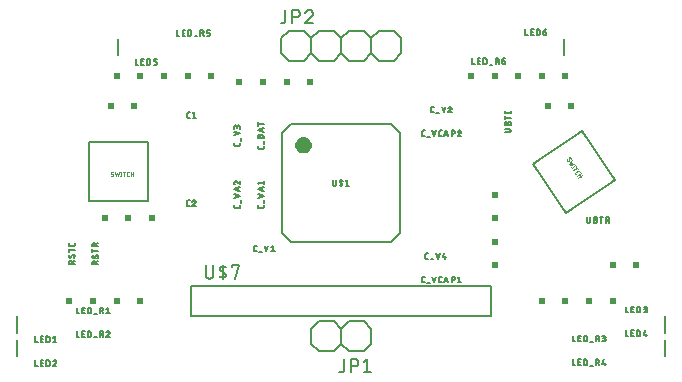
<source format=gbr>
G04 EAGLE Gerber X2 export*
G04 #@! %TF.Part,Single*
G04 #@! %TF.FileFunction,Legend,Top,1*
G04 #@! %TF.FilePolarity,Positive*
G04 #@! %TF.GenerationSoftware,Autodesk,EAGLE,8.6.0*
G04 #@! %TF.CreationDate,2018-03-08T02:15:54Z*
G75*
%MOMM*%
%FSLAX34Y34*%
%LPD*%
%AMOC8*
5,1,8,0,0,1.08239X$1,22.5*%
G01*
%ADD10C,0.152400*%
%ADD11C,0.127000*%
%ADD12R,0.508000X0.508000*%
%ADD13C,0.025400*%
%ADD14C,0.203200*%

G36*
X439551Y474891D02*
X439551Y474891D01*
X439597Y474904D01*
X439673Y474915D01*
X440864Y475276D01*
X440907Y475298D01*
X440979Y475324D01*
X442077Y475911D01*
X442115Y475941D01*
X442180Y475980D01*
X443143Y476770D01*
X443174Y476806D01*
X443230Y476858D01*
X444020Y477820D01*
X444044Y477862D01*
X444089Y477923D01*
X444676Y479021D01*
X444691Y479067D01*
X444724Y479136D01*
X445085Y480327D01*
X445090Y480368D01*
X445094Y480380D01*
X445094Y480388D01*
X445109Y480449D01*
X445231Y481688D01*
X445227Y481736D01*
X445231Y481812D01*
X445109Y483051D01*
X445096Y483097D01*
X445093Y483122D01*
X445092Y483142D01*
X445088Y483151D01*
X445085Y483173D01*
X444724Y484364D01*
X444702Y484407D01*
X444676Y484479D01*
X444089Y485577D01*
X444059Y485615D01*
X444020Y485680D01*
X443230Y486643D01*
X443194Y486674D01*
X443143Y486730D01*
X442180Y487520D01*
X442138Y487544D01*
X442077Y487589D01*
X440979Y488176D01*
X440933Y488191D01*
X440864Y488224D01*
X439673Y488585D01*
X439625Y488591D01*
X439551Y488609D01*
X438312Y488731D01*
X438264Y488727D01*
X438188Y488731D01*
X436949Y488609D01*
X436903Y488596D01*
X436827Y488585D01*
X435636Y488224D01*
X435593Y488202D01*
X435521Y488176D01*
X434423Y487589D01*
X434385Y487559D01*
X434320Y487520D01*
X433358Y486730D01*
X433326Y486694D01*
X433270Y486643D01*
X432480Y485680D01*
X432456Y485638D01*
X432411Y485577D01*
X431824Y484479D01*
X431809Y484433D01*
X431776Y484364D01*
X431415Y483173D01*
X431410Y483130D01*
X431401Y483105D01*
X431402Y483094D01*
X431391Y483051D01*
X431269Y481812D01*
X431273Y481764D01*
X431269Y481688D01*
X431391Y480449D01*
X431404Y480403D01*
X431415Y480327D01*
X431776Y479136D01*
X431798Y479093D01*
X431824Y479021D01*
X432411Y477923D01*
X432441Y477885D01*
X432480Y477820D01*
X433270Y476858D01*
X433306Y476826D01*
X433358Y476770D01*
X434320Y475980D01*
X434362Y475956D01*
X434423Y475911D01*
X435521Y475324D01*
X435567Y475309D01*
X435636Y475276D01*
X436827Y474915D01*
X436875Y474909D01*
X436949Y474891D01*
X438188Y474769D01*
X438236Y474773D01*
X438312Y474769D01*
X439551Y474891D01*
G37*
D10*
X512500Y500000D02*
X427500Y500000D01*
X420000Y492500D02*
X420000Y407500D01*
X427500Y400000D02*
X512500Y400000D01*
X520000Y407500D02*
X520000Y492500D01*
X512500Y500000D01*
X520000Y407500D02*
X512500Y400000D01*
X427500Y400000D02*
X420000Y407500D01*
X420000Y492500D02*
X427500Y500000D01*
D11*
X463160Y452540D02*
X463160Y448871D01*
X463162Y448797D01*
X463168Y448724D01*
X463177Y448650D01*
X463191Y448578D01*
X463208Y448506D01*
X463229Y448435D01*
X463254Y448365D01*
X463282Y448297D01*
X463314Y448230D01*
X463349Y448166D01*
X463388Y448103D01*
X463429Y448042D01*
X463474Y447983D01*
X463522Y447927D01*
X463573Y447873D01*
X463627Y447822D01*
X463683Y447774D01*
X463742Y447729D01*
X463803Y447688D01*
X463866Y447649D01*
X463930Y447614D01*
X463997Y447582D01*
X464065Y447554D01*
X464135Y447529D01*
X464206Y447508D01*
X464278Y447491D01*
X464350Y447477D01*
X464424Y447468D01*
X464497Y447462D01*
X464571Y447460D01*
X464645Y447462D01*
X464718Y447468D01*
X464792Y447477D01*
X464864Y447491D01*
X464936Y447508D01*
X465007Y447529D01*
X465077Y447554D01*
X465145Y447582D01*
X465212Y447614D01*
X465277Y447649D01*
X465339Y447688D01*
X465400Y447729D01*
X465459Y447774D01*
X465515Y447822D01*
X465569Y447873D01*
X465620Y447927D01*
X465668Y447983D01*
X465713Y448042D01*
X465754Y448103D01*
X465793Y448166D01*
X465828Y448230D01*
X465860Y448297D01*
X465888Y448365D01*
X465913Y448435D01*
X465934Y448506D01*
X465951Y448578D01*
X465965Y448650D01*
X465974Y448724D01*
X465980Y448797D01*
X465982Y448871D01*
X465982Y452540D01*
X470095Y452540D02*
X470095Y447460D01*
X470095Y450000D02*
X469390Y450423D01*
X469389Y450423D02*
X469342Y450454D01*
X469296Y450488D01*
X469253Y450525D01*
X469213Y450564D01*
X469175Y450607D01*
X469140Y450651D01*
X469109Y450698D01*
X469080Y450747D01*
X469055Y450798D01*
X469033Y450851D01*
X469015Y450904D01*
X469001Y450959D01*
X468990Y451015D01*
X468983Y451071D01*
X468980Y451128D01*
X468981Y451184D01*
X468985Y451241D01*
X468994Y451297D01*
X469006Y451352D01*
X469021Y451407D01*
X469041Y451460D01*
X469063Y451512D01*
X469090Y451562D01*
X469119Y451610D01*
X469152Y451657D01*
X469188Y451700D01*
X469227Y451742D01*
X469268Y451781D01*
X469312Y451816D01*
X469358Y451849D01*
X469406Y451879D01*
X469457Y451905D01*
X469508Y451928D01*
X469562Y451947D01*
X469616Y451963D01*
X469672Y451975D01*
X469672Y451976D02*
X469761Y451990D01*
X469850Y452001D01*
X469939Y452008D01*
X470028Y452012D01*
X470118Y452012D01*
X470207Y452008D01*
X470297Y452001D01*
X470386Y451990D01*
X470474Y451976D01*
X470562Y451958D01*
X470649Y451937D01*
X470735Y451912D01*
X470820Y451884D01*
X470904Y451852D01*
X470986Y451817D01*
X471067Y451779D01*
X471147Y451738D01*
X471224Y451693D01*
X470095Y450000D02*
X470801Y449577D01*
X470848Y449546D01*
X470894Y449512D01*
X470937Y449475D01*
X470977Y449436D01*
X471015Y449393D01*
X471050Y449349D01*
X471081Y449302D01*
X471110Y449253D01*
X471135Y449202D01*
X471157Y449149D01*
X471175Y449096D01*
X471189Y449041D01*
X471200Y448985D01*
X471207Y448929D01*
X471210Y448872D01*
X471209Y448816D01*
X471205Y448759D01*
X471196Y448703D01*
X471184Y448648D01*
X471169Y448593D01*
X471149Y448540D01*
X471127Y448488D01*
X471100Y448438D01*
X471071Y448390D01*
X471038Y448343D01*
X471002Y448300D01*
X470963Y448258D01*
X470922Y448219D01*
X470878Y448184D01*
X470832Y448151D01*
X470784Y448121D01*
X470733Y448095D01*
X470682Y448072D01*
X470628Y448053D01*
X470574Y448037D01*
X470519Y448025D01*
X470519Y448024D02*
X470430Y448010D01*
X470342Y447999D01*
X470252Y447992D01*
X470163Y447988D01*
X470073Y447988D01*
X469984Y447992D01*
X469894Y447999D01*
X469805Y448010D01*
X469717Y448024D01*
X469629Y448042D01*
X469542Y448063D01*
X469456Y448088D01*
X469371Y448116D01*
X469287Y448148D01*
X469205Y448183D01*
X469124Y448221D01*
X469044Y448262D01*
X468967Y448307D01*
X474018Y451411D02*
X475429Y452540D01*
X475429Y447460D01*
X474018Y447460D02*
X476840Y447460D01*
X384351Y482494D02*
X384351Y483566D01*
X384351Y482494D02*
X384349Y482429D01*
X384343Y482365D01*
X384333Y482301D01*
X384320Y482237D01*
X384302Y482175D01*
X384281Y482114D01*
X384257Y482054D01*
X384228Y481996D01*
X384196Y481939D01*
X384161Y481885D01*
X384123Y481833D01*
X384081Y481783D01*
X384037Y481736D01*
X383990Y481692D01*
X383940Y481650D01*
X383888Y481612D01*
X383834Y481577D01*
X383777Y481545D01*
X383719Y481516D01*
X383659Y481492D01*
X383598Y481471D01*
X383536Y481453D01*
X383472Y481440D01*
X383408Y481430D01*
X383344Y481424D01*
X383279Y481422D01*
X383279Y481421D02*
X380597Y481421D01*
X380532Y481423D01*
X380468Y481429D01*
X380404Y481439D01*
X380340Y481452D01*
X380278Y481470D01*
X380217Y481491D01*
X380157Y481516D01*
X380098Y481544D01*
X380042Y481576D01*
X379987Y481611D01*
X379935Y481649D01*
X379885Y481691D01*
X379838Y481735D01*
X379794Y481782D01*
X379752Y481832D01*
X379714Y481884D01*
X379679Y481939D01*
X379647Y481995D01*
X379619Y482054D01*
X379594Y482113D01*
X379573Y482175D01*
X379555Y482237D01*
X379542Y482301D01*
X379532Y482365D01*
X379526Y482429D01*
X379524Y482494D01*
X379525Y482494D02*
X379525Y483566D01*
X384887Y485742D02*
X384887Y487886D01*
X384351Y491752D02*
X379525Y490143D01*
X379525Y493360D02*
X384351Y491752D01*
X384351Y495898D02*
X384351Y497238D01*
X384349Y497309D01*
X384343Y497381D01*
X384334Y497451D01*
X384321Y497521D01*
X384304Y497591D01*
X384283Y497659D01*
X384259Y497726D01*
X384231Y497792D01*
X384200Y497856D01*
X384165Y497919D01*
X384127Y497979D01*
X384086Y498038D01*
X384042Y498094D01*
X383995Y498148D01*
X383946Y498199D01*
X383893Y498247D01*
X383838Y498293D01*
X383781Y498335D01*
X383721Y498375D01*
X383660Y498411D01*
X383596Y498444D01*
X383531Y498473D01*
X383465Y498499D01*
X383397Y498522D01*
X383328Y498541D01*
X383258Y498556D01*
X383188Y498567D01*
X383117Y498575D01*
X383046Y498579D01*
X382974Y498579D01*
X382903Y498575D01*
X382832Y498567D01*
X382762Y498556D01*
X382692Y498541D01*
X382623Y498522D01*
X382555Y498499D01*
X382489Y498473D01*
X382424Y498444D01*
X382360Y498411D01*
X382299Y498375D01*
X382239Y498335D01*
X382182Y498293D01*
X382127Y498247D01*
X382074Y498199D01*
X382025Y498148D01*
X381978Y498094D01*
X381934Y498038D01*
X381893Y497979D01*
X381855Y497919D01*
X381820Y497856D01*
X381789Y497792D01*
X381761Y497726D01*
X381737Y497659D01*
X381716Y497591D01*
X381699Y497521D01*
X381686Y497451D01*
X381677Y497381D01*
X381671Y497309D01*
X381669Y497238D01*
X379525Y497506D02*
X379525Y495898D01*
X379525Y497506D02*
X379527Y497571D01*
X379533Y497635D01*
X379543Y497699D01*
X379556Y497763D01*
X379574Y497825D01*
X379595Y497886D01*
X379619Y497946D01*
X379648Y498004D01*
X379680Y498061D01*
X379715Y498115D01*
X379753Y498167D01*
X379795Y498217D01*
X379839Y498264D01*
X379886Y498308D01*
X379936Y498350D01*
X379988Y498388D01*
X380042Y498423D01*
X380099Y498455D01*
X380157Y498484D01*
X380217Y498508D01*
X380278Y498529D01*
X380340Y498547D01*
X380404Y498560D01*
X380468Y498570D01*
X380532Y498576D01*
X380597Y498578D01*
X380662Y498576D01*
X380726Y498570D01*
X380790Y498560D01*
X380854Y498547D01*
X380916Y498529D01*
X380977Y498508D01*
X381037Y498484D01*
X381095Y498455D01*
X381152Y498423D01*
X381206Y498388D01*
X381258Y498350D01*
X381308Y498308D01*
X381355Y498264D01*
X381399Y498217D01*
X381441Y498167D01*
X381479Y498115D01*
X381514Y498061D01*
X381546Y498004D01*
X381575Y497946D01*
X381599Y497886D01*
X381620Y497825D01*
X381638Y497763D01*
X381651Y497699D01*
X381661Y497635D01*
X381667Y497571D01*
X381669Y497506D01*
X381670Y497506D02*
X381670Y496434D01*
X404351Y481006D02*
X404351Y479934D01*
X404349Y479869D01*
X404343Y479805D01*
X404333Y479741D01*
X404320Y479677D01*
X404302Y479615D01*
X404281Y479554D01*
X404257Y479494D01*
X404228Y479436D01*
X404196Y479379D01*
X404161Y479325D01*
X404123Y479273D01*
X404081Y479223D01*
X404037Y479176D01*
X403990Y479132D01*
X403940Y479090D01*
X403888Y479052D01*
X403834Y479017D01*
X403777Y478985D01*
X403719Y478956D01*
X403659Y478932D01*
X403598Y478911D01*
X403536Y478893D01*
X403472Y478880D01*
X403408Y478870D01*
X403344Y478864D01*
X403279Y478862D01*
X403279Y478861D02*
X400597Y478861D01*
X400532Y478863D01*
X400468Y478869D01*
X400404Y478879D01*
X400340Y478892D01*
X400278Y478910D01*
X400217Y478931D01*
X400157Y478956D01*
X400098Y478984D01*
X400042Y479016D01*
X399987Y479051D01*
X399935Y479089D01*
X399885Y479131D01*
X399838Y479175D01*
X399794Y479222D01*
X399752Y479272D01*
X399714Y479324D01*
X399679Y479379D01*
X399647Y479435D01*
X399619Y479494D01*
X399594Y479553D01*
X399573Y479615D01*
X399555Y479677D01*
X399542Y479741D01*
X399532Y479805D01*
X399526Y479869D01*
X399524Y479934D01*
X399525Y479934D02*
X399525Y481006D01*
X404887Y483181D02*
X404887Y485326D01*
X401670Y488180D02*
X401670Y489521D01*
X401669Y489521D02*
X401671Y489592D01*
X401677Y489664D01*
X401686Y489734D01*
X401699Y489804D01*
X401716Y489874D01*
X401737Y489942D01*
X401761Y490009D01*
X401789Y490075D01*
X401820Y490139D01*
X401855Y490202D01*
X401893Y490262D01*
X401934Y490321D01*
X401978Y490377D01*
X402025Y490431D01*
X402074Y490482D01*
X402127Y490530D01*
X402182Y490576D01*
X402239Y490618D01*
X402299Y490658D01*
X402360Y490694D01*
X402424Y490727D01*
X402489Y490756D01*
X402555Y490782D01*
X402623Y490805D01*
X402692Y490824D01*
X402762Y490839D01*
X402832Y490850D01*
X402903Y490858D01*
X402974Y490862D01*
X403046Y490862D01*
X403117Y490858D01*
X403188Y490850D01*
X403258Y490839D01*
X403328Y490824D01*
X403397Y490805D01*
X403465Y490782D01*
X403531Y490756D01*
X403596Y490727D01*
X403660Y490694D01*
X403721Y490658D01*
X403781Y490618D01*
X403838Y490576D01*
X403893Y490530D01*
X403946Y490482D01*
X403995Y490431D01*
X404042Y490377D01*
X404086Y490321D01*
X404127Y490262D01*
X404165Y490202D01*
X404200Y490139D01*
X404231Y490075D01*
X404259Y490009D01*
X404283Y489942D01*
X404304Y489874D01*
X404321Y489804D01*
X404334Y489734D01*
X404343Y489664D01*
X404349Y489592D01*
X404351Y489521D01*
X404351Y488180D01*
X399525Y488180D01*
X399525Y489521D01*
X399527Y489586D01*
X399533Y489650D01*
X399543Y489714D01*
X399556Y489778D01*
X399574Y489840D01*
X399595Y489901D01*
X399619Y489961D01*
X399648Y490019D01*
X399680Y490076D01*
X399715Y490130D01*
X399753Y490182D01*
X399795Y490232D01*
X399839Y490279D01*
X399886Y490323D01*
X399936Y490365D01*
X399988Y490403D01*
X400042Y490438D01*
X400099Y490470D01*
X400157Y490499D01*
X400217Y490523D01*
X400278Y490544D01*
X400340Y490562D01*
X400404Y490575D01*
X400468Y490585D01*
X400532Y490591D01*
X400597Y490593D01*
X400662Y490591D01*
X400726Y490585D01*
X400790Y490575D01*
X400854Y490562D01*
X400916Y490544D01*
X400977Y490523D01*
X401037Y490499D01*
X401095Y490470D01*
X401152Y490438D01*
X401206Y490403D01*
X401258Y490365D01*
X401308Y490323D01*
X401355Y490279D01*
X401399Y490232D01*
X401441Y490182D01*
X401479Y490130D01*
X401514Y490076D01*
X401546Y490019D01*
X401575Y489961D01*
X401599Y489901D01*
X401620Y489840D01*
X401638Y489778D01*
X401651Y489714D01*
X401661Y489650D01*
X401667Y489586D01*
X401669Y489521D01*
X404351Y493069D02*
X399525Y494678D01*
X404351Y496286D01*
X403145Y495884D02*
X403145Y493471D01*
X404351Y499798D02*
X399525Y499798D01*
X399525Y498458D02*
X399525Y501139D01*
X404351Y430823D02*
X404351Y429751D01*
X404349Y429686D01*
X404343Y429622D01*
X404333Y429558D01*
X404320Y429494D01*
X404302Y429432D01*
X404281Y429371D01*
X404257Y429311D01*
X404228Y429253D01*
X404196Y429196D01*
X404161Y429142D01*
X404123Y429090D01*
X404081Y429040D01*
X404037Y428993D01*
X403990Y428949D01*
X403940Y428907D01*
X403888Y428869D01*
X403834Y428834D01*
X403777Y428802D01*
X403719Y428773D01*
X403659Y428749D01*
X403598Y428728D01*
X403536Y428710D01*
X403472Y428697D01*
X403408Y428687D01*
X403344Y428681D01*
X403279Y428679D01*
X403279Y428678D02*
X400597Y428678D01*
X400532Y428680D01*
X400468Y428686D01*
X400404Y428696D01*
X400340Y428709D01*
X400278Y428727D01*
X400217Y428748D01*
X400157Y428773D01*
X400098Y428801D01*
X400042Y428833D01*
X399987Y428868D01*
X399935Y428906D01*
X399885Y428948D01*
X399838Y428992D01*
X399794Y429039D01*
X399752Y429089D01*
X399714Y429141D01*
X399679Y429196D01*
X399647Y429252D01*
X399619Y429311D01*
X399594Y429370D01*
X399573Y429432D01*
X399555Y429494D01*
X399542Y429558D01*
X399532Y429622D01*
X399526Y429686D01*
X399524Y429751D01*
X399525Y429751D02*
X399525Y430823D01*
X404887Y432998D02*
X404887Y435143D01*
X404351Y439009D02*
X399525Y437400D01*
X399525Y440617D02*
X404351Y439009D01*
X404351Y442886D02*
X399525Y444495D01*
X404351Y446104D01*
X403145Y445701D02*
X403145Y443288D01*
X400597Y448641D02*
X399525Y449981D01*
X404351Y449981D01*
X404351Y448641D02*
X404351Y451322D01*
X384351Y430823D02*
X384351Y429751D01*
X384349Y429686D01*
X384343Y429622D01*
X384333Y429558D01*
X384320Y429494D01*
X384302Y429432D01*
X384281Y429371D01*
X384257Y429311D01*
X384228Y429253D01*
X384196Y429196D01*
X384161Y429142D01*
X384123Y429090D01*
X384081Y429040D01*
X384037Y428993D01*
X383990Y428949D01*
X383940Y428907D01*
X383888Y428869D01*
X383834Y428834D01*
X383777Y428802D01*
X383719Y428773D01*
X383659Y428749D01*
X383598Y428728D01*
X383536Y428710D01*
X383472Y428697D01*
X383408Y428687D01*
X383344Y428681D01*
X383279Y428679D01*
X383279Y428678D02*
X380597Y428678D01*
X380532Y428680D01*
X380468Y428686D01*
X380404Y428696D01*
X380340Y428709D01*
X380278Y428727D01*
X380217Y428748D01*
X380157Y428773D01*
X380098Y428801D01*
X380042Y428833D01*
X379987Y428868D01*
X379935Y428906D01*
X379885Y428948D01*
X379838Y428992D01*
X379794Y429039D01*
X379752Y429089D01*
X379714Y429141D01*
X379679Y429196D01*
X379647Y429252D01*
X379619Y429311D01*
X379594Y429370D01*
X379573Y429432D01*
X379555Y429494D01*
X379542Y429558D01*
X379532Y429622D01*
X379526Y429686D01*
X379524Y429751D01*
X379525Y429751D02*
X379525Y430823D01*
X384887Y432998D02*
X384887Y435143D01*
X384351Y439009D02*
X379525Y437400D01*
X379525Y440617D02*
X384351Y439009D01*
X384351Y442886D02*
X379525Y444495D01*
X384351Y446104D01*
X383145Y445701D02*
X383145Y443288D01*
X379525Y450115D02*
X379527Y450183D01*
X379533Y450250D01*
X379542Y450317D01*
X379555Y450384D01*
X379572Y450449D01*
X379593Y450514D01*
X379617Y450577D01*
X379645Y450639D01*
X379676Y450699D01*
X379710Y450757D01*
X379748Y450813D01*
X379788Y450868D01*
X379832Y450919D01*
X379879Y450968D01*
X379928Y451015D01*
X379979Y451059D01*
X380034Y451099D01*
X380090Y451137D01*
X380148Y451171D01*
X380208Y451202D01*
X380270Y451230D01*
X380333Y451254D01*
X380398Y451275D01*
X380463Y451292D01*
X380530Y451305D01*
X380597Y451314D01*
X380664Y451320D01*
X380732Y451322D01*
X379525Y450115D02*
X379527Y450037D01*
X379533Y449959D01*
X379543Y449882D01*
X379556Y449805D01*
X379574Y449729D01*
X379595Y449654D01*
X379620Y449580D01*
X379649Y449508D01*
X379681Y449437D01*
X379717Y449368D01*
X379756Y449300D01*
X379799Y449235D01*
X379845Y449172D01*
X379894Y449111D01*
X379946Y449053D01*
X380001Y448998D01*
X380058Y448945D01*
X380118Y448896D01*
X380181Y448849D01*
X380246Y448806D01*
X380312Y448766D01*
X380381Y448729D01*
X380452Y448696D01*
X380524Y448666D01*
X380598Y448640D01*
X381670Y450920D02*
X381621Y450969D01*
X381569Y451016D01*
X381514Y451059D01*
X381457Y451100D01*
X381398Y451138D01*
X381337Y451172D01*
X381274Y451203D01*
X381210Y451231D01*
X381144Y451255D01*
X381078Y451275D01*
X381010Y451292D01*
X380941Y451305D01*
X380872Y451314D01*
X380802Y451320D01*
X380732Y451322D01*
X381670Y450920D02*
X384351Y448641D01*
X384351Y451322D01*
X397594Y391825D02*
X398666Y391825D01*
X397594Y391825D02*
X397529Y391827D01*
X397465Y391833D01*
X397401Y391843D01*
X397337Y391856D01*
X397275Y391874D01*
X397214Y391895D01*
X397154Y391919D01*
X397096Y391948D01*
X397039Y391980D01*
X396985Y392015D01*
X396933Y392053D01*
X396883Y392095D01*
X396836Y392139D01*
X396792Y392186D01*
X396750Y392236D01*
X396712Y392288D01*
X396677Y392342D01*
X396645Y392399D01*
X396616Y392457D01*
X396592Y392517D01*
X396571Y392578D01*
X396553Y392640D01*
X396540Y392704D01*
X396530Y392768D01*
X396524Y392832D01*
X396522Y392897D01*
X396521Y392897D02*
X396521Y395579D01*
X396522Y395579D02*
X396524Y395644D01*
X396530Y395708D01*
X396540Y395772D01*
X396553Y395836D01*
X396571Y395898D01*
X396592Y395959D01*
X396616Y396019D01*
X396645Y396077D01*
X396677Y396134D01*
X396712Y396188D01*
X396750Y396240D01*
X396792Y396290D01*
X396836Y396337D01*
X396883Y396381D01*
X396933Y396423D01*
X396985Y396461D01*
X397039Y396496D01*
X397096Y396528D01*
X397154Y396557D01*
X397214Y396581D01*
X397275Y396602D01*
X397337Y396620D01*
X397401Y396633D01*
X397465Y396643D01*
X397529Y396649D01*
X397594Y396651D01*
X398666Y396651D01*
X400842Y391289D02*
X402986Y391289D01*
X406852Y391825D02*
X405243Y396651D01*
X408460Y396651D02*
X406852Y391825D01*
X410998Y395579D02*
X412338Y396651D01*
X412338Y391825D01*
X410998Y391825D02*
X413679Y391825D01*
X542494Y385649D02*
X543566Y385649D01*
X542494Y385649D02*
X542429Y385651D01*
X542365Y385657D01*
X542301Y385667D01*
X542237Y385680D01*
X542175Y385698D01*
X542114Y385719D01*
X542054Y385743D01*
X541996Y385772D01*
X541939Y385804D01*
X541885Y385839D01*
X541833Y385877D01*
X541783Y385919D01*
X541736Y385963D01*
X541692Y386010D01*
X541650Y386060D01*
X541612Y386112D01*
X541577Y386166D01*
X541545Y386223D01*
X541516Y386281D01*
X541492Y386341D01*
X541471Y386402D01*
X541453Y386464D01*
X541440Y386528D01*
X541430Y386592D01*
X541424Y386656D01*
X541422Y386721D01*
X541421Y386721D02*
X541421Y389403D01*
X541422Y389403D02*
X541424Y389468D01*
X541430Y389532D01*
X541440Y389596D01*
X541453Y389660D01*
X541471Y389722D01*
X541492Y389783D01*
X541516Y389843D01*
X541545Y389901D01*
X541577Y389958D01*
X541612Y390012D01*
X541650Y390064D01*
X541692Y390114D01*
X541736Y390161D01*
X541783Y390205D01*
X541833Y390247D01*
X541885Y390285D01*
X541939Y390320D01*
X541996Y390352D01*
X542054Y390381D01*
X542114Y390405D01*
X542175Y390426D01*
X542237Y390444D01*
X542301Y390457D01*
X542365Y390467D01*
X542429Y390473D01*
X542494Y390475D01*
X543566Y390475D01*
X545742Y385113D02*
X547886Y385113D01*
X551752Y385649D02*
X550143Y390475D01*
X553360Y390475D02*
X551752Y385649D01*
X555898Y386721D02*
X556970Y390475D01*
X555898Y386721D02*
X558579Y386721D01*
X557774Y385649D02*
X557774Y387794D01*
X540794Y365649D02*
X539721Y365649D01*
X539656Y365651D01*
X539592Y365657D01*
X539528Y365667D01*
X539464Y365680D01*
X539402Y365698D01*
X539341Y365719D01*
X539281Y365743D01*
X539223Y365772D01*
X539166Y365804D01*
X539112Y365839D01*
X539060Y365877D01*
X539010Y365919D01*
X538963Y365963D01*
X538919Y366010D01*
X538877Y366060D01*
X538839Y366112D01*
X538804Y366166D01*
X538772Y366223D01*
X538743Y366281D01*
X538719Y366341D01*
X538698Y366402D01*
X538680Y366464D01*
X538667Y366528D01*
X538657Y366592D01*
X538651Y366656D01*
X538649Y366721D01*
X538649Y369403D01*
X538650Y369403D02*
X538652Y369468D01*
X538658Y369532D01*
X538668Y369596D01*
X538681Y369660D01*
X538699Y369722D01*
X538720Y369783D01*
X538744Y369843D01*
X538773Y369901D01*
X538805Y369958D01*
X538840Y370012D01*
X538878Y370064D01*
X538920Y370114D01*
X538964Y370161D01*
X539011Y370205D01*
X539061Y370247D01*
X539113Y370285D01*
X539167Y370320D01*
X539224Y370352D01*
X539282Y370381D01*
X539342Y370405D01*
X539403Y370426D01*
X539465Y370444D01*
X539529Y370457D01*
X539593Y370467D01*
X539657Y370473D01*
X539722Y370475D01*
X539721Y370475D02*
X540794Y370475D01*
X542969Y365113D02*
X545114Y365113D01*
X548979Y365649D02*
X547371Y370475D01*
X550588Y370475D02*
X548979Y365649D01*
X554169Y365649D02*
X555241Y365649D01*
X554169Y365649D02*
X554104Y365651D01*
X554040Y365657D01*
X553976Y365667D01*
X553912Y365680D01*
X553850Y365698D01*
X553789Y365719D01*
X553729Y365743D01*
X553671Y365772D01*
X553614Y365804D01*
X553560Y365839D01*
X553508Y365877D01*
X553458Y365919D01*
X553411Y365963D01*
X553367Y366010D01*
X553325Y366060D01*
X553287Y366112D01*
X553252Y366166D01*
X553220Y366223D01*
X553191Y366281D01*
X553167Y366341D01*
X553146Y366402D01*
X553128Y366464D01*
X553115Y366528D01*
X553105Y366592D01*
X553099Y366656D01*
X553097Y366721D01*
X553096Y366721D02*
X553096Y369403D01*
X553097Y369403D02*
X553099Y369468D01*
X553105Y369532D01*
X553115Y369596D01*
X553128Y369660D01*
X553146Y369722D01*
X553167Y369783D01*
X553191Y369843D01*
X553220Y369901D01*
X553252Y369958D01*
X553287Y370012D01*
X553325Y370064D01*
X553367Y370114D01*
X553411Y370161D01*
X553458Y370205D01*
X553508Y370247D01*
X553560Y370285D01*
X553614Y370320D01*
X553671Y370352D01*
X553729Y370381D01*
X553789Y370405D01*
X553850Y370426D01*
X553912Y370444D01*
X553976Y370457D01*
X554040Y370467D01*
X554104Y370473D01*
X554169Y370475D01*
X555241Y370475D01*
X559038Y370475D02*
X557429Y365649D01*
X560646Y365649D02*
X559038Y370475D01*
X560244Y366856D02*
X557831Y366856D01*
X563513Y365649D02*
X563513Y370475D01*
X564853Y370475D01*
X564924Y370473D01*
X564996Y370467D01*
X565066Y370458D01*
X565136Y370445D01*
X565206Y370428D01*
X565274Y370407D01*
X565341Y370383D01*
X565407Y370355D01*
X565471Y370324D01*
X565534Y370289D01*
X565594Y370251D01*
X565653Y370210D01*
X565709Y370166D01*
X565763Y370119D01*
X565814Y370070D01*
X565862Y370017D01*
X565908Y369962D01*
X565950Y369905D01*
X565990Y369845D01*
X566026Y369784D01*
X566059Y369720D01*
X566088Y369655D01*
X566114Y369589D01*
X566137Y369521D01*
X566156Y369452D01*
X566171Y369382D01*
X566182Y369312D01*
X566190Y369241D01*
X566194Y369170D01*
X566194Y369098D01*
X566190Y369027D01*
X566182Y368956D01*
X566171Y368886D01*
X566156Y368816D01*
X566137Y368747D01*
X566114Y368679D01*
X566088Y368613D01*
X566059Y368548D01*
X566026Y368484D01*
X565990Y368423D01*
X565950Y368363D01*
X565908Y368306D01*
X565862Y368251D01*
X565814Y368198D01*
X565763Y368149D01*
X565709Y368102D01*
X565653Y368058D01*
X565594Y368017D01*
X565534Y367979D01*
X565471Y367944D01*
X565407Y367913D01*
X565341Y367885D01*
X565274Y367861D01*
X565206Y367840D01*
X565136Y367823D01*
X565066Y367810D01*
X564996Y367801D01*
X564924Y367795D01*
X564853Y367793D01*
X564853Y367794D02*
X563513Y367794D01*
X568670Y369403D02*
X570010Y370475D01*
X570010Y365649D01*
X568670Y365649D02*
X571351Y365649D01*
X548566Y509525D02*
X547494Y509525D01*
X547429Y509527D01*
X547365Y509533D01*
X547301Y509543D01*
X547237Y509556D01*
X547175Y509574D01*
X547114Y509595D01*
X547054Y509619D01*
X546996Y509648D01*
X546939Y509680D01*
X546885Y509715D01*
X546833Y509753D01*
X546783Y509795D01*
X546736Y509839D01*
X546692Y509886D01*
X546650Y509936D01*
X546612Y509988D01*
X546577Y510042D01*
X546545Y510099D01*
X546516Y510157D01*
X546492Y510217D01*
X546471Y510278D01*
X546453Y510340D01*
X546440Y510404D01*
X546430Y510468D01*
X546424Y510532D01*
X546422Y510597D01*
X546421Y510597D02*
X546421Y513279D01*
X546422Y513279D02*
X546424Y513344D01*
X546430Y513408D01*
X546440Y513472D01*
X546453Y513536D01*
X546471Y513598D01*
X546492Y513659D01*
X546516Y513719D01*
X546545Y513777D01*
X546577Y513834D01*
X546612Y513888D01*
X546650Y513940D01*
X546692Y513990D01*
X546736Y514037D01*
X546783Y514081D01*
X546833Y514123D01*
X546885Y514161D01*
X546939Y514196D01*
X546996Y514228D01*
X547054Y514257D01*
X547114Y514281D01*
X547175Y514302D01*
X547237Y514320D01*
X547301Y514333D01*
X547365Y514343D01*
X547429Y514349D01*
X547494Y514351D01*
X548566Y514351D01*
X550742Y508989D02*
X552886Y508989D01*
X556752Y509525D02*
X555143Y514351D01*
X558360Y514351D02*
X556752Y509525D01*
X562372Y514351D02*
X562440Y514349D01*
X562507Y514343D01*
X562574Y514334D01*
X562641Y514321D01*
X562706Y514304D01*
X562771Y514283D01*
X562834Y514259D01*
X562896Y514231D01*
X562956Y514200D01*
X563014Y514166D01*
X563070Y514128D01*
X563125Y514088D01*
X563176Y514044D01*
X563225Y513997D01*
X563272Y513948D01*
X563316Y513897D01*
X563356Y513842D01*
X563394Y513786D01*
X563428Y513728D01*
X563459Y513668D01*
X563487Y513606D01*
X563511Y513543D01*
X563532Y513478D01*
X563549Y513413D01*
X563562Y513346D01*
X563571Y513279D01*
X563577Y513212D01*
X563579Y513144D01*
X562372Y514351D02*
X562294Y514349D01*
X562216Y514343D01*
X562139Y514333D01*
X562062Y514320D01*
X561986Y514302D01*
X561911Y514281D01*
X561837Y514256D01*
X561765Y514227D01*
X561694Y514195D01*
X561625Y514159D01*
X561557Y514120D01*
X561492Y514077D01*
X561429Y514031D01*
X561368Y513982D01*
X561310Y513930D01*
X561255Y513875D01*
X561202Y513818D01*
X561153Y513758D01*
X561106Y513695D01*
X561063Y513631D01*
X561023Y513564D01*
X560986Y513495D01*
X560953Y513424D01*
X560923Y513352D01*
X560897Y513279D01*
X563177Y512206D02*
X563226Y512255D01*
X563273Y512307D01*
X563316Y512362D01*
X563357Y512419D01*
X563395Y512478D01*
X563429Y512539D01*
X563460Y512602D01*
X563488Y512666D01*
X563512Y512732D01*
X563532Y512798D01*
X563549Y512866D01*
X563562Y512935D01*
X563571Y513004D01*
X563577Y513074D01*
X563579Y513144D01*
X563176Y512206D02*
X560898Y509525D01*
X563579Y509525D01*
X540794Y489525D02*
X539721Y489525D01*
X539656Y489527D01*
X539592Y489533D01*
X539528Y489543D01*
X539464Y489556D01*
X539402Y489574D01*
X539341Y489595D01*
X539281Y489619D01*
X539223Y489648D01*
X539166Y489680D01*
X539112Y489715D01*
X539060Y489753D01*
X539010Y489795D01*
X538963Y489839D01*
X538919Y489886D01*
X538877Y489936D01*
X538839Y489988D01*
X538804Y490042D01*
X538772Y490099D01*
X538743Y490157D01*
X538719Y490217D01*
X538698Y490278D01*
X538680Y490340D01*
X538667Y490404D01*
X538657Y490468D01*
X538651Y490532D01*
X538649Y490597D01*
X538649Y493279D01*
X538650Y493279D02*
X538652Y493344D01*
X538658Y493408D01*
X538668Y493472D01*
X538681Y493536D01*
X538699Y493598D01*
X538720Y493659D01*
X538744Y493719D01*
X538773Y493777D01*
X538805Y493834D01*
X538840Y493888D01*
X538878Y493940D01*
X538920Y493990D01*
X538964Y494037D01*
X539011Y494081D01*
X539061Y494123D01*
X539113Y494161D01*
X539167Y494196D01*
X539224Y494228D01*
X539282Y494257D01*
X539342Y494281D01*
X539403Y494302D01*
X539465Y494320D01*
X539529Y494333D01*
X539593Y494343D01*
X539657Y494349D01*
X539722Y494351D01*
X539721Y494351D02*
X540794Y494351D01*
X542969Y488989D02*
X545114Y488989D01*
X548979Y489525D02*
X547371Y494351D01*
X550588Y494351D02*
X548979Y489525D01*
X554169Y489525D02*
X555241Y489525D01*
X554169Y489525D02*
X554104Y489527D01*
X554040Y489533D01*
X553976Y489543D01*
X553912Y489556D01*
X553850Y489574D01*
X553789Y489595D01*
X553729Y489619D01*
X553671Y489648D01*
X553614Y489680D01*
X553560Y489715D01*
X553508Y489753D01*
X553458Y489795D01*
X553411Y489839D01*
X553367Y489886D01*
X553325Y489936D01*
X553287Y489988D01*
X553252Y490042D01*
X553220Y490099D01*
X553191Y490157D01*
X553167Y490217D01*
X553146Y490278D01*
X553128Y490340D01*
X553115Y490404D01*
X553105Y490468D01*
X553099Y490532D01*
X553097Y490597D01*
X553096Y490597D02*
X553096Y493279D01*
X553097Y493279D02*
X553099Y493344D01*
X553105Y493408D01*
X553115Y493472D01*
X553128Y493536D01*
X553146Y493598D01*
X553167Y493659D01*
X553191Y493719D01*
X553220Y493777D01*
X553252Y493834D01*
X553287Y493888D01*
X553325Y493940D01*
X553367Y493990D01*
X553411Y494037D01*
X553458Y494081D01*
X553508Y494123D01*
X553560Y494161D01*
X553614Y494196D01*
X553671Y494228D01*
X553729Y494257D01*
X553789Y494281D01*
X553850Y494302D01*
X553912Y494320D01*
X553976Y494333D01*
X554040Y494343D01*
X554104Y494349D01*
X554169Y494351D01*
X555241Y494351D01*
X559038Y494351D02*
X557429Y489525D01*
X560646Y489525D02*
X559038Y494351D01*
X560244Y490732D02*
X557831Y490732D01*
X563513Y489525D02*
X563513Y494351D01*
X564853Y494351D01*
X564924Y494349D01*
X564996Y494343D01*
X565066Y494334D01*
X565136Y494321D01*
X565206Y494304D01*
X565274Y494283D01*
X565341Y494259D01*
X565407Y494231D01*
X565471Y494200D01*
X565534Y494165D01*
X565594Y494127D01*
X565653Y494086D01*
X565709Y494042D01*
X565763Y493995D01*
X565814Y493946D01*
X565862Y493893D01*
X565908Y493838D01*
X565950Y493781D01*
X565990Y493721D01*
X566026Y493660D01*
X566059Y493596D01*
X566088Y493531D01*
X566114Y493465D01*
X566137Y493397D01*
X566156Y493328D01*
X566171Y493258D01*
X566182Y493188D01*
X566190Y493117D01*
X566194Y493046D01*
X566194Y492974D01*
X566190Y492903D01*
X566182Y492832D01*
X566171Y492762D01*
X566156Y492692D01*
X566137Y492623D01*
X566114Y492555D01*
X566088Y492489D01*
X566059Y492424D01*
X566026Y492360D01*
X565990Y492299D01*
X565950Y492239D01*
X565908Y492182D01*
X565862Y492127D01*
X565814Y492074D01*
X565763Y492025D01*
X565709Y491978D01*
X565653Y491934D01*
X565594Y491893D01*
X565534Y491855D01*
X565471Y491820D01*
X565407Y491789D01*
X565341Y491761D01*
X565274Y491737D01*
X565206Y491716D01*
X565136Y491699D01*
X565066Y491686D01*
X564996Y491677D01*
X564924Y491671D01*
X564853Y491669D01*
X564853Y491670D02*
X563513Y491670D01*
X570144Y494351D02*
X570212Y494349D01*
X570279Y494343D01*
X570346Y494334D01*
X570413Y494321D01*
X570478Y494304D01*
X570543Y494283D01*
X570606Y494259D01*
X570668Y494231D01*
X570728Y494200D01*
X570786Y494166D01*
X570842Y494128D01*
X570897Y494088D01*
X570948Y494044D01*
X570997Y493997D01*
X571044Y493948D01*
X571088Y493897D01*
X571128Y493842D01*
X571166Y493786D01*
X571200Y493728D01*
X571231Y493668D01*
X571259Y493606D01*
X571283Y493543D01*
X571304Y493478D01*
X571321Y493413D01*
X571334Y493346D01*
X571343Y493279D01*
X571349Y493212D01*
X571351Y493144D01*
X570144Y494351D02*
X570066Y494349D01*
X569988Y494343D01*
X569911Y494333D01*
X569834Y494320D01*
X569758Y494302D01*
X569683Y494281D01*
X569609Y494256D01*
X569537Y494227D01*
X569466Y494195D01*
X569397Y494159D01*
X569329Y494120D01*
X569264Y494077D01*
X569201Y494031D01*
X569140Y493982D01*
X569082Y493930D01*
X569027Y493875D01*
X568974Y493818D01*
X568925Y493758D01*
X568878Y493695D01*
X568835Y493631D01*
X568795Y493564D01*
X568758Y493495D01*
X568725Y493424D01*
X568695Y493352D01*
X568669Y493279D01*
X570949Y492206D02*
X570998Y492255D01*
X571045Y492307D01*
X571088Y492362D01*
X571129Y492419D01*
X571167Y492478D01*
X571201Y492539D01*
X571232Y492602D01*
X571260Y492666D01*
X571284Y492732D01*
X571304Y492798D01*
X571321Y492866D01*
X571334Y492935D01*
X571343Y493004D01*
X571349Y493074D01*
X571351Y493144D01*
X570949Y492206D02*
X568670Y489525D01*
X571351Y489525D01*
X341904Y504955D02*
X340832Y504955D01*
X340767Y504957D01*
X340703Y504963D01*
X340639Y504973D01*
X340575Y504986D01*
X340513Y505004D01*
X340452Y505025D01*
X340392Y505049D01*
X340334Y505078D01*
X340277Y505110D01*
X340223Y505145D01*
X340171Y505183D01*
X340121Y505225D01*
X340074Y505269D01*
X340030Y505316D01*
X339988Y505366D01*
X339950Y505418D01*
X339915Y505472D01*
X339883Y505529D01*
X339854Y505587D01*
X339830Y505647D01*
X339809Y505708D01*
X339791Y505770D01*
X339778Y505834D01*
X339768Y505898D01*
X339762Y505962D01*
X339760Y506027D01*
X339759Y506027D02*
X339759Y508709D01*
X339760Y508709D02*
X339762Y508774D01*
X339768Y508838D01*
X339778Y508902D01*
X339791Y508966D01*
X339809Y509028D01*
X339830Y509089D01*
X339854Y509149D01*
X339883Y509207D01*
X339915Y509264D01*
X339950Y509318D01*
X339988Y509370D01*
X340030Y509420D01*
X340074Y509467D01*
X340121Y509511D01*
X340171Y509553D01*
X340223Y509591D01*
X340277Y509626D01*
X340334Y509658D01*
X340392Y509687D01*
X340452Y509711D01*
X340513Y509732D01*
X340575Y509750D01*
X340639Y509763D01*
X340703Y509773D01*
X340767Y509779D01*
X340832Y509781D01*
X341904Y509781D01*
X344360Y508709D02*
X345700Y509781D01*
X345700Y504955D01*
X344360Y504955D02*
X347041Y504955D01*
X341704Y430355D02*
X340632Y430355D01*
X340567Y430357D01*
X340503Y430363D01*
X340439Y430373D01*
X340375Y430386D01*
X340313Y430404D01*
X340252Y430425D01*
X340192Y430449D01*
X340134Y430478D01*
X340077Y430510D01*
X340023Y430545D01*
X339971Y430583D01*
X339921Y430625D01*
X339874Y430669D01*
X339830Y430716D01*
X339788Y430766D01*
X339750Y430818D01*
X339715Y430872D01*
X339683Y430929D01*
X339654Y430987D01*
X339630Y431047D01*
X339609Y431108D01*
X339591Y431170D01*
X339578Y431234D01*
X339568Y431298D01*
X339562Y431362D01*
X339560Y431427D01*
X339559Y431427D02*
X339559Y434109D01*
X339560Y434109D02*
X339562Y434174D01*
X339568Y434238D01*
X339578Y434302D01*
X339591Y434366D01*
X339609Y434428D01*
X339630Y434489D01*
X339654Y434549D01*
X339683Y434607D01*
X339715Y434664D01*
X339750Y434718D01*
X339788Y434770D01*
X339830Y434820D01*
X339874Y434867D01*
X339921Y434911D01*
X339971Y434953D01*
X340023Y434991D01*
X340077Y435026D01*
X340134Y435058D01*
X340192Y435087D01*
X340252Y435111D01*
X340313Y435132D01*
X340375Y435150D01*
X340439Y435163D01*
X340503Y435173D01*
X340567Y435179D01*
X340632Y435181D01*
X341704Y435181D01*
X345634Y435181D02*
X345702Y435179D01*
X345769Y435173D01*
X345836Y435164D01*
X345903Y435151D01*
X345968Y435134D01*
X346033Y435113D01*
X346096Y435089D01*
X346158Y435061D01*
X346218Y435030D01*
X346276Y434996D01*
X346332Y434958D01*
X346387Y434918D01*
X346438Y434874D01*
X346487Y434827D01*
X346534Y434778D01*
X346578Y434727D01*
X346618Y434672D01*
X346656Y434616D01*
X346690Y434558D01*
X346721Y434498D01*
X346749Y434436D01*
X346773Y434373D01*
X346794Y434308D01*
X346811Y434243D01*
X346824Y434176D01*
X346833Y434109D01*
X346839Y434042D01*
X346841Y433974D01*
X345634Y435181D02*
X345556Y435179D01*
X345478Y435173D01*
X345401Y435163D01*
X345324Y435150D01*
X345248Y435132D01*
X345173Y435111D01*
X345099Y435086D01*
X345027Y435057D01*
X344956Y435025D01*
X344887Y434989D01*
X344819Y434950D01*
X344754Y434907D01*
X344691Y434861D01*
X344630Y434812D01*
X344572Y434760D01*
X344517Y434705D01*
X344464Y434648D01*
X344415Y434588D01*
X344368Y434525D01*
X344325Y434461D01*
X344285Y434394D01*
X344248Y434325D01*
X344215Y434254D01*
X344185Y434182D01*
X344159Y434109D01*
X346439Y433036D02*
X346488Y433085D01*
X346535Y433137D01*
X346578Y433192D01*
X346619Y433249D01*
X346657Y433308D01*
X346691Y433369D01*
X346722Y433432D01*
X346750Y433496D01*
X346774Y433562D01*
X346794Y433628D01*
X346811Y433696D01*
X346824Y433765D01*
X346833Y433834D01*
X346839Y433904D01*
X346841Y433974D01*
X346439Y433036D02*
X344160Y430355D01*
X346841Y430355D01*
D12*
X240000Y350000D03*
X260000Y350000D03*
X280000Y350000D03*
X300000Y350000D03*
X640000Y350000D03*
X660000Y350000D03*
X680000Y350000D03*
X700000Y350000D03*
X600000Y380000D03*
X600000Y400000D03*
X600000Y420000D03*
X600000Y440000D03*
X310000Y420000D03*
X290000Y420000D03*
X270000Y420000D03*
X275000Y515000D03*
X295000Y515000D03*
X645000Y515000D03*
X665000Y515000D03*
X280000Y540000D03*
X300000Y540000D03*
X320000Y540000D03*
X340000Y540000D03*
X360000Y540000D03*
D11*
X343000Y362700D02*
X597000Y362700D01*
X597000Y337300D01*
X343000Y337300D01*
X343000Y362700D01*
X355573Y372098D02*
X355573Y380353D01*
X355573Y372098D02*
X355575Y371987D01*
X355581Y371877D01*
X355590Y371766D01*
X355604Y371656D01*
X355621Y371547D01*
X355642Y371438D01*
X355667Y371330D01*
X355696Y371223D01*
X355728Y371117D01*
X355764Y371012D01*
X355804Y370909D01*
X355847Y370807D01*
X355894Y370706D01*
X355945Y370607D01*
X355998Y370511D01*
X356055Y370416D01*
X356116Y370323D01*
X356179Y370232D01*
X356246Y370143D01*
X356316Y370057D01*
X356389Y369974D01*
X356464Y369892D01*
X356542Y369814D01*
X356624Y369739D01*
X356707Y369666D01*
X356793Y369596D01*
X356882Y369529D01*
X356973Y369466D01*
X357066Y369405D01*
X357161Y369348D01*
X357257Y369295D01*
X357356Y369244D01*
X357457Y369197D01*
X357559Y369154D01*
X357662Y369114D01*
X357767Y369078D01*
X357873Y369046D01*
X357980Y369017D01*
X358088Y368992D01*
X358197Y368971D01*
X358306Y368954D01*
X358416Y368940D01*
X358527Y368931D01*
X358637Y368925D01*
X358748Y368923D01*
X358859Y368925D01*
X358969Y368931D01*
X359080Y368940D01*
X359190Y368954D01*
X359299Y368971D01*
X359408Y368992D01*
X359516Y369017D01*
X359623Y369046D01*
X359729Y369078D01*
X359834Y369114D01*
X359937Y369154D01*
X360039Y369197D01*
X360140Y369244D01*
X360239Y369295D01*
X360335Y369348D01*
X360430Y369405D01*
X360523Y369466D01*
X360614Y369529D01*
X360703Y369596D01*
X360789Y369666D01*
X360872Y369739D01*
X360954Y369814D01*
X361032Y369892D01*
X361107Y369974D01*
X361180Y370057D01*
X361250Y370143D01*
X361317Y370232D01*
X361380Y370323D01*
X361441Y370416D01*
X361498Y370510D01*
X361551Y370607D01*
X361602Y370706D01*
X361649Y370807D01*
X361692Y370909D01*
X361732Y371012D01*
X361768Y371117D01*
X361800Y371223D01*
X361829Y371330D01*
X361854Y371438D01*
X361875Y371547D01*
X361892Y371656D01*
X361906Y371766D01*
X361915Y371877D01*
X361921Y371987D01*
X361923Y372098D01*
X361923Y380353D01*
X369797Y380353D02*
X369797Y368923D01*
X369797Y374638D02*
X368210Y375591D01*
X368209Y375590D02*
X368136Y375637D01*
X368065Y375686D01*
X367996Y375739D01*
X367930Y375795D01*
X367866Y375854D01*
X367805Y375915D01*
X367747Y375979D01*
X367692Y376046D01*
X367640Y376116D01*
X367592Y376187D01*
X367546Y376261D01*
X367504Y376337D01*
X367466Y376415D01*
X367431Y376494D01*
X367400Y376575D01*
X367373Y376657D01*
X367349Y376740D01*
X367329Y376825D01*
X367313Y376910D01*
X367301Y376996D01*
X367293Y377082D01*
X367289Y377168D01*
X367288Y377255D01*
X367292Y377342D01*
X367300Y377428D01*
X367311Y377514D01*
X367327Y377599D01*
X367346Y377683D01*
X367369Y377767D01*
X367396Y377849D01*
X367427Y377930D01*
X367462Y378010D01*
X367499Y378087D01*
X367541Y378163D01*
X367586Y378238D01*
X367634Y378309D01*
X367686Y378379D01*
X367740Y378446D01*
X367798Y378511D01*
X367858Y378573D01*
X367922Y378632D01*
X367988Y378688D01*
X368056Y378742D01*
X368127Y378791D01*
X368200Y378838D01*
X368275Y378881D01*
X368352Y378921D01*
X368430Y378957D01*
X368511Y378990D01*
X368592Y379019D01*
X368675Y379044D01*
X368759Y379066D01*
X368844Y379083D01*
X368845Y379083D02*
X368982Y379106D01*
X369121Y379126D01*
X369259Y379141D01*
X369398Y379153D01*
X369538Y379161D01*
X369677Y379164D01*
X369817Y379165D01*
X369956Y379161D01*
X370095Y379153D01*
X370234Y379142D01*
X370373Y379126D01*
X370511Y379107D01*
X370649Y379084D01*
X370786Y379057D01*
X370922Y379026D01*
X371057Y378992D01*
X371191Y378954D01*
X371325Y378912D01*
X371456Y378866D01*
X371587Y378817D01*
X371716Y378764D01*
X371844Y378708D01*
X371970Y378648D01*
X372094Y378585D01*
X372217Y378518D01*
X372337Y378448D01*
X369797Y374638D02*
X371385Y373686D01*
X371458Y373639D01*
X371529Y373590D01*
X371598Y373537D01*
X371664Y373481D01*
X371728Y373422D01*
X371789Y373361D01*
X371847Y373297D01*
X371902Y373230D01*
X371954Y373160D01*
X372002Y373089D01*
X372048Y373015D01*
X372090Y372939D01*
X372128Y372861D01*
X372163Y372782D01*
X372194Y372701D01*
X372221Y372619D01*
X372245Y372536D01*
X372265Y372451D01*
X372281Y372366D01*
X372293Y372280D01*
X372301Y372194D01*
X372305Y372108D01*
X372306Y372021D01*
X372302Y371934D01*
X372294Y371848D01*
X372283Y371762D01*
X372267Y371677D01*
X372248Y371593D01*
X372225Y371509D01*
X372198Y371427D01*
X372167Y371346D01*
X372132Y371266D01*
X372095Y371189D01*
X372053Y371113D01*
X372008Y371038D01*
X371960Y370967D01*
X371908Y370897D01*
X371854Y370830D01*
X371796Y370765D01*
X371736Y370703D01*
X371672Y370644D01*
X371606Y370588D01*
X371538Y370534D01*
X371467Y370485D01*
X371394Y370438D01*
X371319Y370395D01*
X371242Y370355D01*
X371164Y370319D01*
X371083Y370286D01*
X371002Y370257D01*
X370919Y370232D01*
X370835Y370210D01*
X370750Y370193D01*
X370749Y370193D02*
X370612Y370170D01*
X370473Y370150D01*
X370335Y370135D01*
X370196Y370123D01*
X370056Y370115D01*
X369917Y370112D01*
X369777Y370111D01*
X369638Y370115D01*
X369499Y370123D01*
X369360Y370134D01*
X369221Y370150D01*
X369083Y370169D01*
X368945Y370192D01*
X368808Y370219D01*
X368672Y370250D01*
X368537Y370284D01*
X368403Y370322D01*
X368269Y370364D01*
X368138Y370410D01*
X368007Y370459D01*
X367878Y370512D01*
X367750Y370568D01*
X367624Y370628D01*
X367500Y370691D01*
X367377Y370758D01*
X367257Y370828D01*
X377290Y379083D02*
X377290Y380353D01*
X383640Y380353D01*
X380465Y368923D01*
D10*
X476350Y307300D02*
X489050Y307300D01*
X476350Y307300D02*
X470000Y313650D01*
X470000Y326350D01*
X476350Y332700D01*
X495400Y326350D02*
X495400Y313650D01*
X489050Y307300D01*
X495400Y326350D02*
X489050Y332700D01*
X476350Y332700D01*
X470000Y313650D02*
X463650Y307300D01*
X450950Y307300D01*
X444600Y313650D01*
X444600Y326350D01*
X450950Y332700D01*
X463650Y332700D01*
X470000Y326350D01*
D11*
X472338Y301077D02*
X472338Y292187D01*
X472336Y292087D01*
X472330Y291988D01*
X472320Y291888D01*
X472307Y291790D01*
X472289Y291691D01*
X472268Y291594D01*
X472243Y291498D01*
X472214Y291402D01*
X472181Y291308D01*
X472145Y291215D01*
X472105Y291124D01*
X472061Y291034D01*
X472014Y290946D01*
X471964Y290860D01*
X471910Y290776D01*
X471853Y290694D01*
X471793Y290615D01*
X471729Y290537D01*
X471663Y290463D01*
X471594Y290391D01*
X471522Y290322D01*
X471448Y290256D01*
X471370Y290192D01*
X471291Y290132D01*
X471209Y290075D01*
X471125Y290021D01*
X471039Y289971D01*
X470951Y289924D01*
X470861Y289880D01*
X470770Y289840D01*
X470677Y289804D01*
X470583Y289771D01*
X470487Y289742D01*
X470391Y289717D01*
X470294Y289696D01*
X470195Y289678D01*
X470097Y289665D01*
X469997Y289655D01*
X469898Y289649D01*
X469798Y289647D01*
X468528Y289647D01*
X478319Y289647D02*
X478319Y301077D01*
X481494Y301077D01*
X481605Y301075D01*
X481715Y301069D01*
X481826Y301060D01*
X481936Y301046D01*
X482045Y301029D01*
X482154Y301008D01*
X482262Y300983D01*
X482369Y300954D01*
X482475Y300922D01*
X482580Y300886D01*
X482683Y300846D01*
X482785Y300803D01*
X482886Y300756D01*
X482985Y300705D01*
X483082Y300652D01*
X483176Y300595D01*
X483269Y300534D01*
X483360Y300471D01*
X483449Y300404D01*
X483535Y300334D01*
X483618Y300261D01*
X483700Y300186D01*
X483778Y300108D01*
X483853Y300026D01*
X483926Y299943D01*
X483996Y299857D01*
X484063Y299768D01*
X484126Y299677D01*
X484187Y299584D01*
X484244Y299489D01*
X484297Y299393D01*
X484348Y299294D01*
X484395Y299193D01*
X484438Y299091D01*
X484478Y298988D01*
X484514Y298883D01*
X484546Y298777D01*
X484575Y298670D01*
X484600Y298562D01*
X484621Y298453D01*
X484638Y298344D01*
X484652Y298234D01*
X484661Y298123D01*
X484667Y298013D01*
X484669Y297902D01*
X484667Y297791D01*
X484661Y297681D01*
X484652Y297570D01*
X484638Y297460D01*
X484621Y297351D01*
X484600Y297242D01*
X484575Y297134D01*
X484546Y297027D01*
X484514Y296921D01*
X484478Y296816D01*
X484438Y296713D01*
X484395Y296611D01*
X484348Y296510D01*
X484297Y296411D01*
X484244Y296314D01*
X484187Y296220D01*
X484126Y296127D01*
X484063Y296036D01*
X483996Y295947D01*
X483926Y295861D01*
X483853Y295778D01*
X483778Y295696D01*
X483700Y295618D01*
X483618Y295543D01*
X483535Y295470D01*
X483449Y295400D01*
X483360Y295333D01*
X483269Y295270D01*
X483176Y295209D01*
X483082Y295152D01*
X482985Y295099D01*
X482886Y295048D01*
X482785Y295001D01*
X482683Y294958D01*
X482580Y294918D01*
X482475Y294882D01*
X482369Y294850D01*
X482262Y294821D01*
X482154Y294796D01*
X482045Y294775D01*
X481936Y294758D01*
X481826Y294744D01*
X481715Y294735D01*
X481605Y294729D01*
X481494Y294727D01*
X478319Y294727D01*
X489177Y298537D02*
X492352Y301077D01*
X492352Y289647D01*
X489177Y289647D02*
X495527Y289647D01*
D10*
X470000Y572450D02*
X476350Y578800D01*
X489050Y578800D01*
X495400Y572450D01*
X495400Y559750D01*
X489050Y553400D01*
X476350Y553400D01*
X470000Y559750D01*
X438250Y578800D02*
X425550Y578800D01*
X438250Y578800D02*
X444600Y572450D01*
X444600Y559750D01*
X438250Y553400D01*
X444600Y572450D02*
X450950Y578800D01*
X463650Y578800D01*
X470000Y572450D01*
X470000Y559750D01*
X463650Y553400D01*
X450950Y553400D01*
X444600Y559750D01*
X419200Y559750D02*
X419200Y572450D01*
X425550Y578800D01*
X419200Y559750D02*
X425550Y553400D01*
X438250Y553400D01*
X501750Y578800D02*
X514450Y578800D01*
X520800Y572450D01*
X520800Y559750D01*
X514450Y553400D01*
X495400Y572450D02*
X501750Y578800D01*
X495400Y559750D02*
X501750Y553400D01*
X514450Y553400D01*
D11*
X422883Y587563D02*
X422883Y596453D01*
X422883Y587563D02*
X422881Y587463D01*
X422875Y587364D01*
X422865Y587264D01*
X422852Y587166D01*
X422834Y587067D01*
X422813Y586970D01*
X422788Y586874D01*
X422759Y586778D01*
X422726Y586684D01*
X422690Y586591D01*
X422650Y586500D01*
X422606Y586410D01*
X422559Y586322D01*
X422509Y586236D01*
X422455Y586152D01*
X422398Y586070D01*
X422338Y585991D01*
X422274Y585913D01*
X422208Y585839D01*
X422139Y585767D01*
X422067Y585698D01*
X421993Y585632D01*
X421915Y585568D01*
X421836Y585508D01*
X421754Y585451D01*
X421670Y585397D01*
X421584Y585347D01*
X421496Y585300D01*
X421406Y585256D01*
X421315Y585216D01*
X421222Y585180D01*
X421128Y585147D01*
X421032Y585118D01*
X420936Y585093D01*
X420839Y585072D01*
X420740Y585054D01*
X420642Y585041D01*
X420542Y585031D01*
X420443Y585025D01*
X420343Y585023D01*
X419073Y585023D01*
X428863Y585023D02*
X428863Y596453D01*
X432038Y596453D01*
X432149Y596451D01*
X432259Y596445D01*
X432370Y596436D01*
X432480Y596422D01*
X432589Y596405D01*
X432698Y596384D01*
X432806Y596359D01*
X432913Y596330D01*
X433019Y596298D01*
X433124Y596262D01*
X433227Y596222D01*
X433329Y596179D01*
X433430Y596132D01*
X433529Y596081D01*
X433626Y596028D01*
X433720Y595971D01*
X433813Y595910D01*
X433904Y595847D01*
X433993Y595780D01*
X434079Y595710D01*
X434162Y595637D01*
X434244Y595562D01*
X434322Y595484D01*
X434397Y595402D01*
X434470Y595319D01*
X434540Y595233D01*
X434607Y595144D01*
X434670Y595053D01*
X434731Y594960D01*
X434788Y594865D01*
X434841Y594769D01*
X434892Y594670D01*
X434939Y594569D01*
X434982Y594467D01*
X435022Y594364D01*
X435058Y594259D01*
X435090Y594153D01*
X435119Y594046D01*
X435144Y593938D01*
X435165Y593829D01*
X435182Y593720D01*
X435196Y593610D01*
X435205Y593499D01*
X435211Y593389D01*
X435213Y593278D01*
X435211Y593167D01*
X435205Y593057D01*
X435196Y592946D01*
X435182Y592836D01*
X435165Y592727D01*
X435144Y592618D01*
X435119Y592510D01*
X435090Y592403D01*
X435058Y592297D01*
X435022Y592192D01*
X434982Y592089D01*
X434939Y591987D01*
X434892Y591886D01*
X434841Y591787D01*
X434788Y591691D01*
X434731Y591596D01*
X434670Y591503D01*
X434607Y591412D01*
X434540Y591323D01*
X434470Y591237D01*
X434397Y591154D01*
X434322Y591072D01*
X434244Y590994D01*
X434162Y590919D01*
X434079Y590846D01*
X433993Y590776D01*
X433904Y590709D01*
X433813Y590646D01*
X433720Y590585D01*
X433626Y590528D01*
X433529Y590475D01*
X433430Y590424D01*
X433329Y590377D01*
X433227Y590334D01*
X433124Y590294D01*
X433019Y590258D01*
X432913Y590226D01*
X432806Y590197D01*
X432698Y590172D01*
X432589Y590151D01*
X432480Y590134D01*
X432370Y590120D01*
X432259Y590111D01*
X432149Y590105D01*
X432038Y590103D01*
X428863Y590103D01*
X443214Y596454D02*
X443318Y596452D01*
X443423Y596446D01*
X443527Y596437D01*
X443630Y596424D01*
X443733Y596406D01*
X443835Y596386D01*
X443937Y596361D01*
X444037Y596333D01*
X444137Y596301D01*
X444235Y596265D01*
X444332Y596226D01*
X444427Y596184D01*
X444521Y596138D01*
X444613Y596088D01*
X444703Y596036D01*
X444791Y595980D01*
X444877Y595920D01*
X444961Y595858D01*
X445042Y595793D01*
X445121Y595725D01*
X445198Y595653D01*
X445271Y595580D01*
X445343Y595503D01*
X445411Y595424D01*
X445476Y595343D01*
X445538Y595259D01*
X445598Y595173D01*
X445654Y595085D01*
X445706Y594995D01*
X445756Y594903D01*
X445802Y594809D01*
X445844Y594714D01*
X445883Y594617D01*
X445919Y594519D01*
X445951Y594419D01*
X445979Y594319D01*
X446004Y594217D01*
X446024Y594115D01*
X446042Y594012D01*
X446055Y593909D01*
X446064Y593805D01*
X446070Y593700D01*
X446072Y593596D01*
X443214Y596453D02*
X443096Y596451D01*
X442977Y596445D01*
X442859Y596436D01*
X442742Y596423D01*
X442625Y596405D01*
X442508Y596385D01*
X442392Y596360D01*
X442277Y596332D01*
X442164Y596299D01*
X442051Y596264D01*
X441939Y596224D01*
X441829Y596182D01*
X441720Y596135D01*
X441612Y596085D01*
X441507Y596032D01*
X441403Y595975D01*
X441301Y595915D01*
X441201Y595852D01*
X441103Y595785D01*
X441007Y595716D01*
X440914Y595643D01*
X440823Y595567D01*
X440734Y595489D01*
X440648Y595407D01*
X440565Y595323D01*
X440484Y595237D01*
X440407Y595147D01*
X440332Y595056D01*
X440260Y594962D01*
X440191Y594865D01*
X440126Y594767D01*
X440063Y594666D01*
X440004Y594563D01*
X439948Y594459D01*
X439896Y594353D01*
X439847Y594245D01*
X439802Y594136D01*
X439760Y594025D01*
X439722Y593913D01*
X445120Y591374D02*
X445196Y591449D01*
X445271Y591528D01*
X445342Y591609D01*
X445411Y591693D01*
X445476Y591779D01*
X445538Y591867D01*
X445598Y591957D01*
X445654Y592049D01*
X445707Y592144D01*
X445756Y592240D01*
X445802Y592338D01*
X445845Y592437D01*
X445884Y592538D01*
X445919Y592640D01*
X445951Y592743D01*
X445979Y592847D01*
X446004Y592952D01*
X446025Y593059D01*
X446042Y593165D01*
X446055Y593272D01*
X446064Y593380D01*
X446070Y593488D01*
X446072Y593596D01*
X445119Y591373D02*
X439722Y585023D01*
X446072Y585023D01*
D12*
X444000Y534900D03*
X424000Y534900D03*
X404000Y534900D03*
X384000Y534900D03*
D11*
X264351Y380887D02*
X259525Y380887D01*
X259525Y382228D01*
X259527Y382299D01*
X259533Y382371D01*
X259542Y382441D01*
X259555Y382511D01*
X259572Y382581D01*
X259593Y382649D01*
X259617Y382716D01*
X259645Y382782D01*
X259676Y382846D01*
X259711Y382909D01*
X259749Y382969D01*
X259790Y383028D01*
X259834Y383084D01*
X259881Y383138D01*
X259930Y383189D01*
X259983Y383237D01*
X260038Y383283D01*
X260095Y383325D01*
X260155Y383365D01*
X260216Y383401D01*
X260280Y383434D01*
X260345Y383463D01*
X260411Y383489D01*
X260479Y383512D01*
X260548Y383531D01*
X260618Y383546D01*
X260688Y383557D01*
X260759Y383565D01*
X260830Y383569D01*
X260902Y383569D01*
X260973Y383565D01*
X261044Y383557D01*
X261114Y383546D01*
X261184Y383531D01*
X261253Y383512D01*
X261321Y383489D01*
X261387Y383463D01*
X261452Y383434D01*
X261516Y383401D01*
X261577Y383365D01*
X261637Y383325D01*
X261694Y383283D01*
X261749Y383237D01*
X261802Y383189D01*
X261851Y383138D01*
X261898Y383084D01*
X261942Y383028D01*
X261983Y382969D01*
X262021Y382909D01*
X262056Y382846D01*
X262087Y382782D01*
X262115Y382716D01*
X262139Y382649D01*
X262160Y382581D01*
X262177Y382511D01*
X262190Y382441D01*
X262199Y382371D01*
X262205Y382299D01*
X262207Y382228D01*
X262206Y382228D02*
X262206Y380887D01*
X262206Y382496D02*
X264351Y383568D01*
X264351Y387736D02*
X264349Y387801D01*
X264343Y387865D01*
X264333Y387929D01*
X264320Y387993D01*
X264302Y388055D01*
X264281Y388116D01*
X264257Y388176D01*
X264228Y388234D01*
X264196Y388291D01*
X264161Y388345D01*
X264123Y388397D01*
X264081Y388447D01*
X264037Y388494D01*
X263990Y388538D01*
X263940Y388580D01*
X263888Y388618D01*
X263834Y388653D01*
X263777Y388685D01*
X263719Y388714D01*
X263659Y388738D01*
X263598Y388759D01*
X263536Y388777D01*
X263472Y388790D01*
X263408Y388800D01*
X263344Y388806D01*
X263279Y388808D01*
X264351Y387736D02*
X264349Y387642D01*
X264343Y387548D01*
X264333Y387454D01*
X264320Y387361D01*
X264302Y387269D01*
X264281Y387177D01*
X264256Y387086D01*
X264227Y386996D01*
X264194Y386908D01*
X264158Y386821D01*
X264118Y386736D01*
X264075Y386652D01*
X264028Y386571D01*
X263978Y386491D01*
X263925Y386413D01*
X263868Y386338D01*
X263809Y386265D01*
X263746Y386195D01*
X263681Y386127D01*
X260597Y386261D02*
X260532Y386263D01*
X260468Y386269D01*
X260404Y386279D01*
X260340Y386292D01*
X260278Y386310D01*
X260217Y386331D01*
X260157Y386355D01*
X260099Y386384D01*
X260042Y386416D01*
X259988Y386451D01*
X259936Y386489D01*
X259886Y386531D01*
X259839Y386575D01*
X259795Y386622D01*
X259753Y386672D01*
X259715Y386724D01*
X259680Y386778D01*
X259648Y386835D01*
X259619Y386893D01*
X259595Y386953D01*
X259574Y387014D01*
X259556Y387076D01*
X259543Y387140D01*
X259533Y387204D01*
X259527Y387268D01*
X259525Y387333D01*
X259527Y387419D01*
X259532Y387505D01*
X259542Y387591D01*
X259555Y387676D01*
X259571Y387761D01*
X259591Y387845D01*
X259615Y387928D01*
X259642Y388010D01*
X259673Y388090D01*
X259707Y388170D01*
X259745Y388247D01*
X259786Y388323D01*
X259830Y388397D01*
X259877Y388470D01*
X259927Y388540D01*
X261535Y386797D02*
X261502Y386744D01*
X261465Y386693D01*
X261426Y386644D01*
X261384Y386597D01*
X261339Y386553D01*
X261292Y386512D01*
X261243Y386473D01*
X261191Y386437D01*
X261137Y386404D01*
X261082Y386375D01*
X261025Y386349D01*
X260966Y386326D01*
X260907Y386306D01*
X260846Y386290D01*
X260785Y386277D01*
X260722Y386268D01*
X260660Y386263D01*
X260597Y386261D01*
X262341Y388272D02*
X262374Y388325D01*
X262411Y388376D01*
X262450Y388425D01*
X262492Y388472D01*
X262537Y388516D01*
X262584Y388557D01*
X262633Y388596D01*
X262685Y388632D01*
X262739Y388665D01*
X262794Y388694D01*
X262851Y388720D01*
X262910Y388743D01*
X262969Y388763D01*
X263030Y388779D01*
X263091Y388792D01*
X263154Y388801D01*
X263216Y388806D01*
X263279Y388808D01*
X262340Y388272D02*
X261536Y386797D01*
X259525Y392405D02*
X264351Y392405D01*
X259525Y391065D02*
X259525Y393746D01*
X259525Y396432D02*
X264351Y396432D01*
X259525Y396432D02*
X259525Y397772D01*
X259527Y397843D01*
X259533Y397915D01*
X259542Y397985D01*
X259555Y398055D01*
X259572Y398125D01*
X259593Y398193D01*
X259617Y398260D01*
X259645Y398326D01*
X259676Y398390D01*
X259711Y398453D01*
X259749Y398513D01*
X259790Y398572D01*
X259834Y398628D01*
X259881Y398682D01*
X259930Y398733D01*
X259983Y398781D01*
X260038Y398827D01*
X260095Y398869D01*
X260155Y398909D01*
X260216Y398945D01*
X260280Y398978D01*
X260345Y399007D01*
X260411Y399033D01*
X260479Y399056D01*
X260548Y399075D01*
X260618Y399090D01*
X260688Y399101D01*
X260759Y399109D01*
X260830Y399113D01*
X260902Y399113D01*
X260973Y399109D01*
X261044Y399101D01*
X261114Y399090D01*
X261184Y399075D01*
X261253Y399056D01*
X261321Y399033D01*
X261387Y399007D01*
X261452Y398978D01*
X261516Y398945D01*
X261577Y398909D01*
X261637Y398869D01*
X261694Y398827D01*
X261749Y398781D01*
X261802Y398733D01*
X261851Y398682D01*
X261898Y398628D01*
X261942Y398572D01*
X261983Y398513D01*
X262021Y398453D01*
X262056Y398390D01*
X262087Y398326D01*
X262115Y398260D01*
X262139Y398193D01*
X262160Y398125D01*
X262177Y398055D01*
X262190Y397985D01*
X262199Y397915D01*
X262205Y397843D01*
X262207Y397772D01*
X262206Y397772D02*
X262206Y396432D01*
X262206Y398040D02*
X264351Y399113D01*
X244351Y381293D02*
X239525Y381293D01*
X239525Y382633D01*
X239527Y382704D01*
X239533Y382776D01*
X239542Y382846D01*
X239555Y382916D01*
X239572Y382986D01*
X239593Y383054D01*
X239617Y383121D01*
X239645Y383187D01*
X239676Y383251D01*
X239711Y383314D01*
X239749Y383374D01*
X239790Y383433D01*
X239834Y383489D01*
X239881Y383543D01*
X239930Y383594D01*
X239983Y383642D01*
X240038Y383688D01*
X240095Y383730D01*
X240155Y383770D01*
X240216Y383806D01*
X240280Y383839D01*
X240345Y383868D01*
X240411Y383894D01*
X240479Y383917D01*
X240548Y383936D01*
X240618Y383951D01*
X240688Y383962D01*
X240759Y383970D01*
X240830Y383974D01*
X240902Y383974D01*
X240973Y383970D01*
X241044Y383962D01*
X241114Y383951D01*
X241184Y383936D01*
X241253Y383917D01*
X241321Y383894D01*
X241387Y383868D01*
X241452Y383839D01*
X241516Y383806D01*
X241577Y383770D01*
X241637Y383730D01*
X241694Y383688D01*
X241749Y383642D01*
X241802Y383594D01*
X241851Y383543D01*
X241898Y383489D01*
X241942Y383433D01*
X241983Y383374D01*
X242021Y383314D01*
X242056Y383251D01*
X242087Y383187D01*
X242115Y383121D01*
X242139Y383054D01*
X242160Y382986D01*
X242177Y382916D01*
X242190Y382846D01*
X242199Y382776D01*
X242205Y382704D01*
X242207Y382633D01*
X242206Y382633D02*
X242206Y381293D01*
X242206Y382902D02*
X244351Y383974D01*
X244351Y388141D02*
X244349Y388206D01*
X244343Y388270D01*
X244333Y388334D01*
X244320Y388398D01*
X244302Y388460D01*
X244281Y388521D01*
X244257Y388581D01*
X244228Y388639D01*
X244196Y388696D01*
X244161Y388750D01*
X244123Y388802D01*
X244081Y388852D01*
X244037Y388899D01*
X243990Y388943D01*
X243940Y388985D01*
X243888Y389023D01*
X243834Y389058D01*
X243777Y389090D01*
X243719Y389119D01*
X243659Y389143D01*
X243598Y389164D01*
X243536Y389182D01*
X243472Y389195D01*
X243408Y389205D01*
X243344Y389211D01*
X243279Y389213D01*
X244351Y388141D02*
X244349Y388047D01*
X244343Y387953D01*
X244333Y387859D01*
X244320Y387766D01*
X244302Y387674D01*
X244281Y387582D01*
X244256Y387491D01*
X244227Y387401D01*
X244194Y387313D01*
X244158Y387226D01*
X244118Y387141D01*
X244075Y387057D01*
X244028Y386976D01*
X243978Y386896D01*
X243925Y386818D01*
X243868Y386743D01*
X243809Y386670D01*
X243746Y386600D01*
X243681Y386532D01*
X240597Y386667D02*
X240532Y386669D01*
X240468Y386675D01*
X240404Y386685D01*
X240340Y386698D01*
X240278Y386716D01*
X240217Y386737D01*
X240157Y386761D01*
X240099Y386790D01*
X240042Y386822D01*
X239988Y386857D01*
X239936Y386895D01*
X239886Y386937D01*
X239839Y386981D01*
X239795Y387028D01*
X239753Y387078D01*
X239715Y387130D01*
X239680Y387184D01*
X239648Y387241D01*
X239619Y387299D01*
X239595Y387359D01*
X239574Y387420D01*
X239556Y387482D01*
X239543Y387546D01*
X239533Y387610D01*
X239527Y387674D01*
X239525Y387739D01*
X239527Y387825D01*
X239532Y387911D01*
X239542Y387997D01*
X239555Y388082D01*
X239571Y388167D01*
X239591Y388251D01*
X239615Y388334D01*
X239642Y388416D01*
X239673Y388496D01*
X239707Y388576D01*
X239745Y388653D01*
X239786Y388729D01*
X239830Y388803D01*
X239877Y388876D01*
X239927Y388946D01*
X241535Y387203D02*
X241502Y387150D01*
X241465Y387099D01*
X241426Y387050D01*
X241384Y387003D01*
X241339Y386959D01*
X241292Y386918D01*
X241243Y386879D01*
X241191Y386843D01*
X241137Y386810D01*
X241082Y386781D01*
X241025Y386755D01*
X240966Y386732D01*
X240907Y386712D01*
X240846Y386696D01*
X240785Y386683D01*
X240722Y386674D01*
X240660Y386669D01*
X240597Y386667D01*
X242341Y388678D02*
X242374Y388731D01*
X242411Y388782D01*
X242450Y388831D01*
X242492Y388878D01*
X242537Y388922D01*
X242584Y388963D01*
X242633Y389002D01*
X242685Y389038D01*
X242739Y389071D01*
X242794Y389100D01*
X242851Y389126D01*
X242910Y389149D01*
X242969Y389169D01*
X243030Y389185D01*
X243091Y389198D01*
X243154Y389207D01*
X243216Y389212D01*
X243279Y389214D01*
X242340Y388678D02*
X241536Y387203D01*
X239525Y392811D02*
X244351Y392811D01*
X239525Y391470D02*
X239525Y394151D01*
X244351Y397635D02*
X244351Y398707D01*
X244351Y397635D02*
X244349Y397570D01*
X244343Y397506D01*
X244333Y397442D01*
X244320Y397378D01*
X244302Y397316D01*
X244281Y397255D01*
X244257Y397195D01*
X244228Y397137D01*
X244196Y397080D01*
X244161Y397026D01*
X244123Y396974D01*
X244081Y396924D01*
X244037Y396877D01*
X243990Y396833D01*
X243940Y396791D01*
X243888Y396753D01*
X243834Y396718D01*
X243777Y396686D01*
X243719Y396657D01*
X243659Y396633D01*
X243598Y396612D01*
X243536Y396594D01*
X243472Y396581D01*
X243408Y396571D01*
X243344Y396565D01*
X243279Y396563D01*
X243279Y396562D02*
X240597Y396562D01*
X240532Y396564D01*
X240468Y396570D01*
X240404Y396580D01*
X240340Y396593D01*
X240278Y396611D01*
X240217Y396632D01*
X240157Y396657D01*
X240098Y396685D01*
X240042Y396717D01*
X239987Y396752D01*
X239935Y396790D01*
X239885Y396832D01*
X239838Y396876D01*
X239794Y396923D01*
X239752Y396973D01*
X239714Y397025D01*
X239679Y397080D01*
X239647Y397136D01*
X239619Y397195D01*
X239594Y397254D01*
X239573Y397316D01*
X239555Y397378D01*
X239542Y397442D01*
X239532Y397506D01*
X239526Y397570D01*
X239524Y397635D01*
X239525Y397635D02*
X239525Y398707D01*
D10*
X306400Y434400D02*
X306400Y484400D01*
X256400Y484400D01*
X256400Y434400D01*
X306400Y434400D01*
D13*
X277270Y456310D02*
X277268Y456252D01*
X277262Y456195D01*
X277252Y456138D01*
X277239Y456081D01*
X277221Y456026D01*
X277200Y455973D01*
X277175Y455920D01*
X277147Y455870D01*
X277115Y455822D01*
X277080Y455775D01*
X277042Y455732D01*
X277001Y455691D01*
X276958Y455653D01*
X276911Y455618D01*
X276863Y455586D01*
X276813Y455558D01*
X276760Y455533D01*
X276707Y455512D01*
X276652Y455494D01*
X276595Y455481D01*
X276538Y455471D01*
X276481Y455465D01*
X276423Y455463D01*
X276340Y455465D01*
X276257Y455471D01*
X276175Y455480D01*
X276093Y455494D01*
X276012Y455511D01*
X275931Y455532D01*
X275852Y455557D01*
X275774Y455585D01*
X275697Y455617D01*
X275622Y455652D01*
X275549Y455691D01*
X275477Y455734D01*
X275408Y455779D01*
X275341Y455828D01*
X275276Y455880D01*
X275213Y455934D01*
X275153Y455992D01*
X275259Y458426D02*
X275261Y458481D01*
X275266Y458537D01*
X275275Y458591D01*
X275288Y458645D01*
X275304Y458698D01*
X275323Y458750D01*
X275346Y458801D01*
X275372Y458850D01*
X275402Y458897D01*
X275434Y458942D01*
X275469Y458984D01*
X275507Y459025D01*
X275548Y459063D01*
X275590Y459098D01*
X275635Y459130D01*
X275683Y459160D01*
X275731Y459186D01*
X275782Y459209D01*
X275834Y459228D01*
X275887Y459244D01*
X275941Y459257D01*
X275995Y459266D01*
X276051Y459271D01*
X276106Y459273D01*
X276106Y459274D02*
X276185Y459272D01*
X276263Y459266D01*
X276341Y459257D01*
X276418Y459243D01*
X276495Y459226D01*
X276571Y459204D01*
X276645Y459180D01*
X276719Y459151D01*
X276790Y459119D01*
X276860Y459083D01*
X276929Y459044D01*
X276995Y459002D01*
X277059Y458956D01*
X275682Y457685D02*
X275635Y457715D01*
X275590Y457748D01*
X275547Y457784D01*
X275507Y457822D01*
X275469Y457863D01*
X275434Y457906D01*
X275402Y457952D01*
X275372Y457999D01*
X275346Y458049D01*
X275323Y458100D01*
X275304Y458152D01*
X275288Y458205D01*
X275275Y458260D01*
X275266Y458315D01*
X275261Y458370D01*
X275259Y458426D01*
X276847Y457051D02*
X276894Y457021D01*
X276939Y456988D01*
X276982Y456952D01*
X277022Y456914D01*
X277060Y456873D01*
X277095Y456830D01*
X277127Y456784D01*
X277157Y456737D01*
X277183Y456687D01*
X277206Y456636D01*
X277225Y456584D01*
X277241Y456531D01*
X277254Y456476D01*
X277263Y456421D01*
X277268Y456366D01*
X277270Y456310D01*
X276847Y457051D02*
X275683Y457686D01*
X278542Y459273D02*
X279388Y455463D01*
X280235Y458003D01*
X281082Y455463D01*
X281928Y459273D01*
X283649Y459273D02*
X283649Y455463D01*
X283226Y455463D02*
X284072Y455463D01*
X284072Y459273D02*
X283226Y459273D01*
X286331Y459273D02*
X286331Y455463D01*
X285273Y459273D02*
X287389Y459273D01*
X289524Y455463D02*
X290370Y455463D01*
X289524Y455463D02*
X289469Y455465D01*
X289413Y455470D01*
X289359Y455479D01*
X289305Y455492D01*
X289252Y455508D01*
X289200Y455527D01*
X289149Y455550D01*
X289101Y455576D01*
X289053Y455606D01*
X289008Y455638D01*
X288966Y455673D01*
X288925Y455711D01*
X288887Y455752D01*
X288852Y455794D01*
X288820Y455839D01*
X288790Y455887D01*
X288764Y455935D01*
X288741Y455986D01*
X288722Y456038D01*
X288706Y456091D01*
X288693Y456145D01*
X288684Y456199D01*
X288679Y456255D01*
X288677Y456310D01*
X288677Y458426D01*
X288679Y458484D01*
X288685Y458541D01*
X288695Y458598D01*
X288708Y458655D01*
X288726Y458710D01*
X288747Y458763D01*
X288772Y458816D01*
X288800Y458866D01*
X288832Y458914D01*
X288867Y458961D01*
X288905Y459004D01*
X288946Y459045D01*
X288989Y459083D01*
X289036Y459118D01*
X289084Y459150D01*
X289134Y459178D01*
X289187Y459203D01*
X289240Y459224D01*
X289295Y459242D01*
X289352Y459255D01*
X289409Y459265D01*
X289466Y459271D01*
X289524Y459273D01*
X290370Y459273D01*
X291856Y459273D02*
X291856Y455463D01*
X291856Y457580D02*
X293973Y457580D01*
X293973Y459273D02*
X293973Y455463D01*
D11*
X678081Y421151D02*
X678081Y417666D01*
X678080Y417666D02*
X678082Y417595D01*
X678088Y417523D01*
X678097Y417453D01*
X678110Y417383D01*
X678127Y417313D01*
X678148Y417245D01*
X678172Y417178D01*
X678200Y417112D01*
X678231Y417048D01*
X678266Y416985D01*
X678304Y416925D01*
X678345Y416866D01*
X678389Y416810D01*
X678436Y416756D01*
X678485Y416705D01*
X678538Y416657D01*
X678593Y416611D01*
X678650Y416569D01*
X678710Y416529D01*
X678771Y416493D01*
X678835Y416460D01*
X678900Y416431D01*
X678966Y416405D01*
X679034Y416382D01*
X679103Y416363D01*
X679173Y416348D01*
X679243Y416337D01*
X679314Y416329D01*
X679385Y416325D01*
X679457Y416325D01*
X679528Y416329D01*
X679599Y416337D01*
X679669Y416348D01*
X679739Y416363D01*
X679808Y416382D01*
X679876Y416405D01*
X679942Y416431D01*
X680007Y416460D01*
X680071Y416493D01*
X680132Y416529D01*
X680192Y416569D01*
X680249Y416611D01*
X680304Y416657D01*
X680357Y416705D01*
X680406Y416756D01*
X680453Y416810D01*
X680497Y416866D01*
X680538Y416925D01*
X680576Y416985D01*
X680611Y417048D01*
X680642Y417112D01*
X680670Y417178D01*
X680694Y417245D01*
X680715Y417313D01*
X680732Y417383D01*
X680745Y417453D01*
X680754Y417523D01*
X680760Y417595D01*
X680762Y417666D01*
X680762Y421151D01*
X684080Y419006D02*
X685420Y419006D01*
X685420Y419007D02*
X685491Y419005D01*
X685563Y418999D01*
X685633Y418990D01*
X685703Y418977D01*
X685773Y418960D01*
X685841Y418939D01*
X685908Y418915D01*
X685974Y418887D01*
X686038Y418856D01*
X686101Y418821D01*
X686161Y418783D01*
X686220Y418742D01*
X686276Y418698D01*
X686330Y418651D01*
X686381Y418602D01*
X686429Y418549D01*
X686475Y418494D01*
X686517Y418437D01*
X686557Y418377D01*
X686593Y418316D01*
X686626Y418252D01*
X686655Y418187D01*
X686681Y418121D01*
X686704Y418053D01*
X686723Y417984D01*
X686738Y417914D01*
X686749Y417844D01*
X686757Y417773D01*
X686761Y417702D01*
X686761Y417630D01*
X686757Y417559D01*
X686749Y417488D01*
X686738Y417418D01*
X686723Y417348D01*
X686704Y417279D01*
X686681Y417211D01*
X686655Y417145D01*
X686626Y417080D01*
X686593Y417016D01*
X686557Y416955D01*
X686517Y416895D01*
X686475Y416838D01*
X686429Y416783D01*
X686381Y416730D01*
X686330Y416681D01*
X686276Y416634D01*
X686220Y416590D01*
X686161Y416549D01*
X686101Y416511D01*
X686038Y416476D01*
X685974Y416445D01*
X685908Y416417D01*
X685841Y416393D01*
X685773Y416372D01*
X685703Y416355D01*
X685633Y416342D01*
X685563Y416333D01*
X685491Y416327D01*
X685420Y416325D01*
X684080Y416325D01*
X684080Y421151D01*
X685420Y421151D01*
X685485Y421149D01*
X685549Y421143D01*
X685613Y421133D01*
X685677Y421120D01*
X685739Y421102D01*
X685800Y421081D01*
X685860Y421057D01*
X685918Y421028D01*
X685975Y420996D01*
X686029Y420961D01*
X686081Y420923D01*
X686131Y420881D01*
X686178Y420837D01*
X686222Y420790D01*
X686264Y420740D01*
X686302Y420688D01*
X686337Y420634D01*
X686369Y420577D01*
X686398Y420519D01*
X686422Y420459D01*
X686443Y420398D01*
X686461Y420336D01*
X686474Y420272D01*
X686484Y420208D01*
X686490Y420144D01*
X686492Y420079D01*
X686490Y420014D01*
X686484Y419950D01*
X686474Y419886D01*
X686461Y419822D01*
X686443Y419760D01*
X686422Y419699D01*
X686398Y419639D01*
X686369Y419581D01*
X686337Y419524D01*
X686302Y419470D01*
X686264Y419418D01*
X686222Y419368D01*
X686178Y419321D01*
X686131Y419277D01*
X686081Y419235D01*
X686029Y419197D01*
X685975Y419162D01*
X685918Y419130D01*
X685860Y419101D01*
X685800Y419077D01*
X685739Y419056D01*
X685677Y419038D01*
X685613Y419025D01*
X685549Y419015D01*
X685485Y419009D01*
X685420Y419007D01*
X690211Y421151D02*
X690211Y416325D01*
X688871Y421151D02*
X691552Y421151D01*
X694238Y421151D02*
X694238Y416325D01*
X694238Y421151D02*
X695579Y421151D01*
X695650Y421149D01*
X695722Y421143D01*
X695792Y421134D01*
X695862Y421121D01*
X695932Y421104D01*
X696000Y421083D01*
X696067Y421059D01*
X696133Y421031D01*
X696197Y421000D01*
X696260Y420965D01*
X696320Y420927D01*
X696379Y420886D01*
X696435Y420842D01*
X696489Y420795D01*
X696540Y420746D01*
X696588Y420693D01*
X696634Y420638D01*
X696676Y420581D01*
X696716Y420521D01*
X696752Y420460D01*
X696785Y420396D01*
X696814Y420331D01*
X696840Y420265D01*
X696863Y420197D01*
X696882Y420128D01*
X696897Y420058D01*
X696908Y419988D01*
X696916Y419917D01*
X696920Y419846D01*
X696920Y419774D01*
X696916Y419703D01*
X696908Y419632D01*
X696897Y419562D01*
X696882Y419492D01*
X696863Y419423D01*
X696840Y419355D01*
X696814Y419289D01*
X696785Y419224D01*
X696752Y419160D01*
X696716Y419099D01*
X696676Y419039D01*
X696634Y418982D01*
X696588Y418927D01*
X696540Y418874D01*
X696489Y418825D01*
X696435Y418778D01*
X696379Y418734D01*
X696320Y418693D01*
X696260Y418655D01*
X696197Y418620D01*
X696133Y418589D01*
X696067Y418561D01*
X696000Y418537D01*
X695932Y418516D01*
X695862Y418499D01*
X695792Y418486D01*
X695722Y418477D01*
X695650Y418471D01*
X695579Y418469D01*
X695579Y418470D02*
X694238Y418470D01*
X695847Y418470D02*
X696919Y416325D01*
X612334Y492887D02*
X608849Y492887D01*
X612334Y492886D02*
X612405Y492888D01*
X612477Y492894D01*
X612547Y492903D01*
X612617Y492916D01*
X612687Y492933D01*
X612755Y492954D01*
X612822Y492978D01*
X612888Y493006D01*
X612952Y493037D01*
X613015Y493072D01*
X613075Y493110D01*
X613134Y493151D01*
X613190Y493195D01*
X613244Y493242D01*
X613295Y493291D01*
X613343Y493344D01*
X613389Y493399D01*
X613431Y493456D01*
X613471Y493516D01*
X613507Y493577D01*
X613540Y493641D01*
X613569Y493706D01*
X613595Y493772D01*
X613618Y493840D01*
X613637Y493909D01*
X613652Y493979D01*
X613663Y494049D01*
X613671Y494120D01*
X613675Y494191D01*
X613675Y494263D01*
X613671Y494334D01*
X613663Y494405D01*
X613652Y494475D01*
X613637Y494545D01*
X613618Y494614D01*
X613595Y494682D01*
X613569Y494748D01*
X613540Y494813D01*
X613507Y494877D01*
X613471Y494938D01*
X613431Y494998D01*
X613389Y495055D01*
X613343Y495110D01*
X613295Y495163D01*
X613244Y495212D01*
X613190Y495259D01*
X613134Y495303D01*
X613075Y495344D01*
X613015Y495382D01*
X612952Y495417D01*
X612888Y495448D01*
X612822Y495476D01*
X612755Y495500D01*
X612687Y495521D01*
X612617Y495538D01*
X612547Y495551D01*
X612477Y495560D01*
X612405Y495566D01*
X612334Y495568D01*
X608849Y495568D01*
X610994Y498885D02*
X610994Y500226D01*
X610993Y500226D02*
X610995Y500297D01*
X611001Y500369D01*
X611010Y500439D01*
X611023Y500509D01*
X611040Y500579D01*
X611061Y500647D01*
X611085Y500714D01*
X611113Y500780D01*
X611144Y500844D01*
X611179Y500907D01*
X611217Y500967D01*
X611258Y501026D01*
X611302Y501082D01*
X611349Y501136D01*
X611398Y501187D01*
X611451Y501235D01*
X611506Y501281D01*
X611563Y501323D01*
X611623Y501363D01*
X611684Y501399D01*
X611748Y501432D01*
X611813Y501461D01*
X611879Y501487D01*
X611947Y501510D01*
X612016Y501529D01*
X612086Y501544D01*
X612156Y501555D01*
X612227Y501563D01*
X612298Y501567D01*
X612370Y501567D01*
X612441Y501563D01*
X612512Y501555D01*
X612582Y501544D01*
X612652Y501529D01*
X612721Y501510D01*
X612789Y501487D01*
X612855Y501461D01*
X612920Y501432D01*
X612984Y501399D01*
X613045Y501363D01*
X613105Y501323D01*
X613162Y501281D01*
X613217Y501235D01*
X613270Y501187D01*
X613319Y501136D01*
X613366Y501082D01*
X613410Y501026D01*
X613451Y500967D01*
X613489Y500907D01*
X613524Y500844D01*
X613555Y500780D01*
X613583Y500714D01*
X613607Y500647D01*
X613628Y500579D01*
X613645Y500509D01*
X613658Y500439D01*
X613667Y500369D01*
X613673Y500297D01*
X613675Y500226D01*
X613675Y498885D01*
X608849Y498885D01*
X608849Y500226D01*
X608851Y500291D01*
X608857Y500355D01*
X608867Y500419D01*
X608880Y500483D01*
X608898Y500545D01*
X608919Y500606D01*
X608943Y500666D01*
X608972Y500724D01*
X609004Y500781D01*
X609039Y500835D01*
X609077Y500887D01*
X609119Y500937D01*
X609163Y500984D01*
X609210Y501028D01*
X609260Y501070D01*
X609312Y501108D01*
X609366Y501143D01*
X609423Y501175D01*
X609481Y501204D01*
X609541Y501228D01*
X609602Y501249D01*
X609664Y501267D01*
X609728Y501280D01*
X609792Y501290D01*
X609856Y501296D01*
X609921Y501298D01*
X609986Y501296D01*
X610050Y501290D01*
X610114Y501280D01*
X610178Y501267D01*
X610240Y501249D01*
X610301Y501228D01*
X610361Y501204D01*
X610419Y501175D01*
X610476Y501143D01*
X610530Y501108D01*
X610582Y501070D01*
X610632Y501028D01*
X610679Y500984D01*
X610723Y500937D01*
X610765Y500887D01*
X610803Y500835D01*
X610838Y500781D01*
X610870Y500724D01*
X610899Y500666D01*
X610923Y500606D01*
X610944Y500545D01*
X610962Y500483D01*
X610975Y500419D01*
X610985Y500355D01*
X610991Y500291D01*
X610993Y500226D01*
X608849Y505017D02*
X613675Y505017D01*
X608849Y503677D02*
X608849Y506358D01*
X613675Y509841D02*
X613675Y510913D01*
X613675Y509841D02*
X613673Y509776D01*
X613667Y509712D01*
X613657Y509648D01*
X613644Y509584D01*
X613626Y509522D01*
X613605Y509461D01*
X613581Y509401D01*
X613552Y509343D01*
X613520Y509286D01*
X613485Y509232D01*
X613447Y509180D01*
X613405Y509130D01*
X613361Y509083D01*
X613314Y509039D01*
X613264Y508997D01*
X613212Y508959D01*
X613158Y508924D01*
X613101Y508892D01*
X613043Y508863D01*
X612983Y508839D01*
X612922Y508818D01*
X612860Y508800D01*
X612796Y508787D01*
X612732Y508777D01*
X612668Y508771D01*
X612603Y508769D01*
X612603Y508768D02*
X609921Y508768D01*
X609856Y508770D01*
X609792Y508776D01*
X609728Y508786D01*
X609664Y508799D01*
X609602Y508817D01*
X609541Y508838D01*
X609481Y508863D01*
X609422Y508891D01*
X609366Y508923D01*
X609311Y508958D01*
X609259Y508996D01*
X609209Y509038D01*
X609162Y509082D01*
X609118Y509129D01*
X609076Y509179D01*
X609038Y509231D01*
X609003Y509286D01*
X608971Y509342D01*
X608943Y509401D01*
X608918Y509460D01*
X608897Y509522D01*
X608879Y509584D01*
X608866Y509648D01*
X608856Y509712D01*
X608850Y509776D01*
X608848Y509841D01*
X608849Y509841D02*
X608849Y510913D01*
D10*
X632718Y466067D02*
X674267Y493882D01*
X632718Y466067D02*
X660533Y424518D01*
X702082Y452333D01*
X674267Y493882D01*
D13*
X662392Y468430D02*
X662345Y468401D01*
X662296Y468375D01*
X662246Y468352D01*
X662194Y468332D01*
X662141Y468316D01*
X662087Y468303D01*
X662032Y468294D01*
X661977Y468289D01*
X661922Y468287D01*
X661866Y468289D01*
X661811Y468294D01*
X661756Y468303D01*
X661702Y468316D01*
X661649Y468332D01*
X661598Y468351D01*
X661547Y468374D01*
X661498Y468400D01*
X661451Y468429D01*
X661406Y468462D01*
X661363Y468497D01*
X661323Y468535D01*
X661285Y468575D01*
X661249Y468618D01*
X661217Y468663D01*
X661173Y468733D01*
X661131Y468805D01*
X661094Y468879D01*
X661059Y468955D01*
X661028Y469032D01*
X661001Y469110D01*
X660977Y469190D01*
X660957Y469271D01*
X660941Y469352D01*
X660929Y469434D01*
X660921Y469517D01*
X660916Y469600D01*
X660915Y469683D01*
X660918Y469766D01*
X660925Y469849D01*
X660936Y469931D01*
X660951Y470013D01*
X663033Y471280D02*
X663080Y471309D01*
X663129Y471335D01*
X663179Y471358D01*
X663231Y471378D01*
X663284Y471394D01*
X663338Y471407D01*
X663393Y471416D01*
X663448Y471421D01*
X663503Y471423D01*
X663559Y471421D01*
X663614Y471416D01*
X663669Y471407D01*
X663723Y471394D01*
X663776Y471378D01*
X663827Y471359D01*
X663878Y471336D01*
X663927Y471310D01*
X663974Y471281D01*
X664019Y471248D01*
X664062Y471213D01*
X664102Y471175D01*
X664140Y471135D01*
X664176Y471092D01*
X664208Y471047D01*
X664208Y471046D02*
X664250Y470980D01*
X664288Y470912D01*
X664324Y470841D01*
X664356Y470770D01*
X664384Y470696D01*
X664408Y470622D01*
X664429Y470546D01*
X664446Y470469D01*
X664459Y470392D01*
X664469Y470314D01*
X664474Y470235D01*
X664476Y470157D01*
X664474Y470078D01*
X662652Y470516D02*
X662651Y470571D01*
X662653Y470627D01*
X662659Y470683D01*
X662669Y470738D01*
X662681Y470792D01*
X662698Y470845D01*
X662718Y470897D01*
X662741Y470948D01*
X662768Y470997D01*
X662797Y471045D01*
X662830Y471090D01*
X662865Y471133D01*
X662903Y471174D01*
X662944Y471212D01*
X662987Y471247D01*
X663033Y471280D01*
X662773Y469194D02*
X662774Y469139D01*
X662772Y469083D01*
X662766Y469027D01*
X662756Y468972D01*
X662744Y468918D01*
X662727Y468865D01*
X662707Y468813D01*
X662684Y468762D01*
X662657Y468713D01*
X662628Y468665D01*
X662595Y468620D01*
X662560Y468577D01*
X662522Y468536D01*
X662481Y468498D01*
X662438Y468463D01*
X662392Y468430D01*
X662772Y469195D02*
X662652Y470515D01*
X665562Y469022D02*
X662867Y466199D01*
X665449Y466909D01*
X663809Y464792D01*
X667446Y466208D01*
X668403Y464778D02*
X665237Y462659D01*
X665002Y463011D02*
X665473Y462307D01*
X668639Y464427D02*
X668168Y465130D01*
X669895Y462550D02*
X666729Y460430D01*
X669306Y463429D02*
X670484Y461670D01*
X668505Y457777D02*
X668976Y457073D01*
X668505Y457777D02*
X668476Y457824D01*
X668450Y457873D01*
X668427Y457923D01*
X668407Y457975D01*
X668391Y458028D01*
X668378Y458082D01*
X668369Y458137D01*
X668364Y458192D01*
X668362Y458247D01*
X668364Y458303D01*
X668369Y458358D01*
X668378Y458413D01*
X668391Y458467D01*
X668407Y458520D01*
X668426Y458571D01*
X668449Y458622D01*
X668475Y458671D01*
X668504Y458718D01*
X668537Y458763D01*
X668572Y458806D01*
X668610Y458846D01*
X668650Y458884D01*
X668693Y458920D01*
X668738Y458952D01*
X670497Y460129D01*
X670497Y460130D02*
X670544Y460159D01*
X670593Y460185D01*
X670643Y460208D01*
X670695Y460228D01*
X670748Y460244D01*
X670802Y460257D01*
X670857Y460266D01*
X670912Y460271D01*
X670967Y460273D01*
X671023Y460271D01*
X671078Y460266D01*
X671133Y460257D01*
X671187Y460244D01*
X671240Y460228D01*
X671291Y460209D01*
X671342Y460186D01*
X671391Y460160D01*
X671438Y460131D01*
X671483Y460098D01*
X671526Y460063D01*
X671566Y460025D01*
X671604Y459985D01*
X671640Y459942D01*
X671672Y459897D01*
X671671Y459897D02*
X672142Y459193D01*
X672969Y457958D02*
X669803Y455839D01*
X671562Y457016D02*
X672739Y455257D01*
X674146Y456199D02*
X670980Y454080D01*
D11*
X246051Y324351D02*
X246051Y319525D01*
X248196Y319525D01*
X250805Y319525D02*
X252950Y319525D01*
X250805Y319525D02*
X250805Y324351D01*
X252950Y324351D01*
X252414Y322206D02*
X250805Y322206D01*
X255541Y324351D02*
X255541Y319525D01*
X255541Y324351D02*
X256881Y324351D01*
X256951Y324349D01*
X257021Y324344D01*
X257091Y324334D01*
X257160Y324322D01*
X257228Y324305D01*
X257295Y324285D01*
X257362Y324262D01*
X257426Y324235D01*
X257490Y324205D01*
X257552Y324171D01*
X257611Y324135D01*
X257669Y324095D01*
X257725Y324052D01*
X257778Y324007D01*
X257829Y323958D01*
X257878Y323907D01*
X257923Y323854D01*
X257966Y323798D01*
X258006Y323740D01*
X258042Y323681D01*
X258076Y323619D01*
X258106Y323555D01*
X258133Y323491D01*
X258156Y323424D01*
X258176Y323357D01*
X258193Y323289D01*
X258205Y323220D01*
X258215Y323150D01*
X258220Y323080D01*
X258222Y323010D01*
X258222Y320866D01*
X258220Y320796D01*
X258215Y320726D01*
X258205Y320656D01*
X258193Y320587D01*
X258176Y320519D01*
X258156Y320452D01*
X258133Y320385D01*
X258106Y320321D01*
X258076Y320257D01*
X258042Y320195D01*
X258006Y320136D01*
X257966Y320078D01*
X257923Y320022D01*
X257878Y319969D01*
X257829Y319918D01*
X257778Y319869D01*
X257725Y319824D01*
X257669Y319781D01*
X257611Y319741D01*
X257551Y319705D01*
X257490Y319671D01*
X257426Y319641D01*
X257362Y319614D01*
X257295Y319591D01*
X257228Y319571D01*
X257160Y319554D01*
X257091Y319542D01*
X257021Y319532D01*
X256951Y319527D01*
X256881Y319525D01*
X255541Y319525D01*
X260929Y318989D02*
X263074Y318989D01*
X265846Y319525D02*
X265846Y324351D01*
X267186Y324351D01*
X267257Y324349D01*
X267329Y324343D01*
X267399Y324334D01*
X267469Y324321D01*
X267539Y324304D01*
X267607Y324283D01*
X267674Y324259D01*
X267740Y324231D01*
X267804Y324200D01*
X267867Y324165D01*
X267927Y324127D01*
X267986Y324086D01*
X268042Y324042D01*
X268096Y323995D01*
X268147Y323946D01*
X268195Y323893D01*
X268241Y323838D01*
X268283Y323781D01*
X268323Y323721D01*
X268359Y323660D01*
X268392Y323596D01*
X268421Y323531D01*
X268447Y323465D01*
X268470Y323397D01*
X268489Y323328D01*
X268504Y323258D01*
X268515Y323188D01*
X268523Y323117D01*
X268527Y323046D01*
X268527Y322974D01*
X268523Y322903D01*
X268515Y322832D01*
X268504Y322762D01*
X268489Y322692D01*
X268470Y322623D01*
X268447Y322555D01*
X268421Y322489D01*
X268392Y322424D01*
X268359Y322360D01*
X268323Y322299D01*
X268283Y322239D01*
X268241Y322182D01*
X268195Y322127D01*
X268147Y322074D01*
X268096Y322025D01*
X268042Y321978D01*
X267986Y321934D01*
X267927Y321893D01*
X267867Y321855D01*
X267804Y321820D01*
X267740Y321789D01*
X267674Y321761D01*
X267607Y321737D01*
X267539Y321716D01*
X267469Y321699D01*
X267399Y321686D01*
X267329Y321677D01*
X267257Y321671D01*
X267186Y321669D01*
X267186Y321670D02*
X265846Y321670D01*
X267454Y321670D02*
X268527Y319525D01*
X272743Y324351D02*
X272811Y324349D01*
X272878Y324343D01*
X272945Y324334D01*
X273012Y324321D01*
X273077Y324304D01*
X273142Y324283D01*
X273205Y324259D01*
X273267Y324231D01*
X273327Y324200D01*
X273385Y324166D01*
X273441Y324128D01*
X273496Y324088D01*
X273547Y324044D01*
X273596Y323997D01*
X273643Y323948D01*
X273687Y323897D01*
X273727Y323842D01*
X273765Y323786D01*
X273799Y323728D01*
X273830Y323668D01*
X273858Y323606D01*
X273882Y323543D01*
X273903Y323478D01*
X273920Y323413D01*
X273933Y323346D01*
X273942Y323279D01*
X273948Y323212D01*
X273950Y323144D01*
X272743Y324351D02*
X272665Y324349D01*
X272587Y324343D01*
X272510Y324333D01*
X272433Y324320D01*
X272357Y324302D01*
X272282Y324281D01*
X272208Y324256D01*
X272136Y324227D01*
X272065Y324195D01*
X271996Y324159D01*
X271928Y324120D01*
X271863Y324077D01*
X271800Y324031D01*
X271739Y323982D01*
X271681Y323930D01*
X271626Y323875D01*
X271573Y323818D01*
X271524Y323758D01*
X271477Y323695D01*
X271434Y323631D01*
X271394Y323564D01*
X271357Y323495D01*
X271324Y323424D01*
X271294Y323352D01*
X271268Y323279D01*
X273548Y322206D02*
X273597Y322255D01*
X273644Y322307D01*
X273687Y322362D01*
X273728Y322419D01*
X273766Y322478D01*
X273800Y322539D01*
X273831Y322602D01*
X273859Y322666D01*
X273883Y322732D01*
X273903Y322798D01*
X273920Y322866D01*
X273933Y322935D01*
X273942Y323004D01*
X273948Y323074D01*
X273950Y323144D01*
X273547Y322206D02*
X271268Y319525D01*
X273949Y319525D01*
D14*
X196000Y316825D02*
X196000Y303175D01*
D11*
X211080Y299840D02*
X211080Y295014D01*
X213225Y295014D01*
X215835Y295014D02*
X217979Y295014D01*
X215835Y295014D02*
X215835Y299840D01*
X217979Y299840D01*
X217443Y297695D02*
X215835Y297695D01*
X220570Y299840D02*
X220570Y295014D01*
X220570Y299840D02*
X221910Y299840D01*
X221980Y299838D01*
X222050Y299833D01*
X222120Y299823D01*
X222189Y299811D01*
X222257Y299794D01*
X222324Y299774D01*
X222391Y299751D01*
X222455Y299724D01*
X222519Y299694D01*
X222581Y299660D01*
X222640Y299624D01*
X222698Y299584D01*
X222754Y299541D01*
X222807Y299496D01*
X222858Y299447D01*
X222907Y299396D01*
X222952Y299343D01*
X222995Y299287D01*
X223035Y299229D01*
X223071Y299170D01*
X223105Y299108D01*
X223135Y299044D01*
X223162Y298980D01*
X223185Y298913D01*
X223205Y298846D01*
X223222Y298778D01*
X223234Y298709D01*
X223244Y298639D01*
X223249Y298569D01*
X223251Y298499D01*
X223251Y296355D01*
X223249Y296285D01*
X223244Y296215D01*
X223234Y296145D01*
X223222Y296076D01*
X223205Y296008D01*
X223185Y295941D01*
X223162Y295874D01*
X223135Y295810D01*
X223105Y295746D01*
X223071Y295684D01*
X223035Y295625D01*
X222995Y295567D01*
X222952Y295511D01*
X222907Y295458D01*
X222858Y295407D01*
X222807Y295358D01*
X222754Y295313D01*
X222698Y295270D01*
X222640Y295230D01*
X222580Y295194D01*
X222519Y295160D01*
X222455Y295130D01*
X222391Y295103D01*
X222324Y295080D01*
X222257Y295060D01*
X222189Y295043D01*
X222120Y295031D01*
X222050Y295021D01*
X221980Y295016D01*
X221910Y295014D01*
X220570Y295014D01*
X227714Y299840D02*
X227782Y299838D01*
X227849Y299832D01*
X227916Y299823D01*
X227983Y299810D01*
X228048Y299793D01*
X228113Y299772D01*
X228176Y299748D01*
X228238Y299720D01*
X228298Y299689D01*
X228356Y299655D01*
X228412Y299617D01*
X228467Y299577D01*
X228518Y299533D01*
X228567Y299486D01*
X228614Y299437D01*
X228658Y299386D01*
X228698Y299331D01*
X228736Y299275D01*
X228770Y299217D01*
X228801Y299157D01*
X228829Y299095D01*
X228853Y299032D01*
X228874Y298967D01*
X228891Y298902D01*
X228904Y298835D01*
X228913Y298768D01*
X228919Y298701D01*
X228921Y298633D01*
X227714Y299840D02*
X227636Y299838D01*
X227558Y299832D01*
X227481Y299822D01*
X227404Y299809D01*
X227328Y299791D01*
X227253Y299770D01*
X227179Y299745D01*
X227107Y299716D01*
X227036Y299684D01*
X226967Y299648D01*
X226899Y299609D01*
X226834Y299566D01*
X226771Y299520D01*
X226710Y299471D01*
X226652Y299419D01*
X226597Y299364D01*
X226544Y299307D01*
X226495Y299247D01*
X226448Y299184D01*
X226405Y299120D01*
X226365Y299053D01*
X226328Y298984D01*
X226295Y298913D01*
X226265Y298841D01*
X226239Y298768D01*
X228518Y297695D02*
X228567Y297744D01*
X228614Y297796D01*
X228657Y297851D01*
X228698Y297908D01*
X228736Y297967D01*
X228770Y298028D01*
X228801Y298091D01*
X228829Y298155D01*
X228853Y298221D01*
X228873Y298287D01*
X228890Y298355D01*
X228903Y298424D01*
X228912Y298493D01*
X228918Y298563D01*
X228920Y298633D01*
X228518Y297695D02*
X226239Y295014D01*
X228920Y295014D01*
X246051Y339525D02*
X246051Y344351D01*
X246051Y339525D02*
X248196Y339525D01*
X250805Y339525D02*
X252950Y339525D01*
X250805Y339525D02*
X250805Y344351D01*
X252950Y344351D01*
X252414Y342206D02*
X250805Y342206D01*
X255541Y344351D02*
X255541Y339525D01*
X255541Y344351D02*
X256881Y344351D01*
X256951Y344349D01*
X257021Y344344D01*
X257091Y344334D01*
X257160Y344322D01*
X257228Y344305D01*
X257295Y344285D01*
X257362Y344262D01*
X257426Y344235D01*
X257490Y344205D01*
X257552Y344171D01*
X257611Y344135D01*
X257669Y344095D01*
X257725Y344052D01*
X257778Y344007D01*
X257829Y343958D01*
X257878Y343907D01*
X257923Y343854D01*
X257966Y343798D01*
X258006Y343740D01*
X258042Y343681D01*
X258076Y343619D01*
X258106Y343555D01*
X258133Y343491D01*
X258156Y343424D01*
X258176Y343357D01*
X258193Y343289D01*
X258205Y343220D01*
X258215Y343150D01*
X258220Y343080D01*
X258222Y343010D01*
X258222Y340866D01*
X258220Y340796D01*
X258215Y340726D01*
X258205Y340656D01*
X258193Y340587D01*
X258176Y340519D01*
X258156Y340452D01*
X258133Y340385D01*
X258106Y340321D01*
X258076Y340257D01*
X258042Y340195D01*
X258006Y340136D01*
X257966Y340078D01*
X257923Y340022D01*
X257878Y339969D01*
X257829Y339918D01*
X257778Y339869D01*
X257725Y339824D01*
X257669Y339781D01*
X257611Y339741D01*
X257551Y339705D01*
X257490Y339671D01*
X257426Y339641D01*
X257362Y339614D01*
X257295Y339591D01*
X257228Y339571D01*
X257160Y339554D01*
X257091Y339542D01*
X257021Y339532D01*
X256951Y339527D01*
X256881Y339525D01*
X255541Y339525D01*
X260929Y338989D02*
X263074Y338989D01*
X265846Y339525D02*
X265846Y344351D01*
X267186Y344351D01*
X267257Y344349D01*
X267329Y344343D01*
X267399Y344334D01*
X267469Y344321D01*
X267539Y344304D01*
X267607Y344283D01*
X267674Y344259D01*
X267740Y344231D01*
X267804Y344200D01*
X267867Y344165D01*
X267927Y344127D01*
X267986Y344086D01*
X268042Y344042D01*
X268096Y343995D01*
X268147Y343946D01*
X268195Y343893D01*
X268241Y343838D01*
X268283Y343781D01*
X268323Y343721D01*
X268359Y343660D01*
X268392Y343596D01*
X268421Y343531D01*
X268447Y343465D01*
X268470Y343397D01*
X268489Y343328D01*
X268504Y343258D01*
X268515Y343188D01*
X268523Y343117D01*
X268527Y343046D01*
X268527Y342974D01*
X268523Y342903D01*
X268515Y342832D01*
X268504Y342762D01*
X268489Y342692D01*
X268470Y342623D01*
X268447Y342555D01*
X268421Y342489D01*
X268392Y342424D01*
X268359Y342360D01*
X268323Y342299D01*
X268283Y342239D01*
X268241Y342182D01*
X268195Y342127D01*
X268147Y342074D01*
X268096Y342025D01*
X268042Y341978D01*
X267986Y341934D01*
X267927Y341893D01*
X267867Y341855D01*
X267804Y341820D01*
X267740Y341789D01*
X267674Y341761D01*
X267607Y341737D01*
X267539Y341716D01*
X267469Y341699D01*
X267399Y341686D01*
X267329Y341677D01*
X267257Y341671D01*
X267186Y341669D01*
X267186Y341670D02*
X265846Y341670D01*
X267454Y341670D02*
X268527Y339525D01*
X271268Y343279D02*
X272609Y344351D01*
X272609Y339525D01*
X273949Y339525D02*
X271268Y339525D01*
D14*
X196000Y336825D02*
X196000Y323175D01*
D11*
X211080Y319840D02*
X211080Y315014D01*
X213225Y315014D01*
X215835Y315014D02*
X217979Y315014D01*
X215835Y315014D02*
X215835Y319840D01*
X217979Y319840D01*
X217443Y317695D02*
X215835Y317695D01*
X220570Y319840D02*
X220570Y315014D01*
X220570Y319840D02*
X221910Y319840D01*
X221980Y319838D01*
X222050Y319833D01*
X222120Y319823D01*
X222189Y319811D01*
X222257Y319794D01*
X222324Y319774D01*
X222391Y319751D01*
X222455Y319724D01*
X222519Y319694D01*
X222581Y319660D01*
X222640Y319624D01*
X222698Y319584D01*
X222754Y319541D01*
X222807Y319496D01*
X222858Y319447D01*
X222907Y319396D01*
X222952Y319343D01*
X222995Y319287D01*
X223035Y319229D01*
X223071Y319170D01*
X223105Y319108D01*
X223135Y319044D01*
X223162Y318980D01*
X223185Y318913D01*
X223205Y318846D01*
X223222Y318778D01*
X223234Y318709D01*
X223244Y318639D01*
X223249Y318569D01*
X223251Y318499D01*
X223251Y316355D01*
X223249Y316285D01*
X223244Y316215D01*
X223234Y316145D01*
X223222Y316076D01*
X223205Y316008D01*
X223185Y315941D01*
X223162Y315874D01*
X223135Y315810D01*
X223105Y315746D01*
X223071Y315684D01*
X223035Y315625D01*
X222995Y315567D01*
X222952Y315511D01*
X222907Y315458D01*
X222858Y315407D01*
X222807Y315358D01*
X222754Y315313D01*
X222698Y315270D01*
X222640Y315230D01*
X222580Y315194D01*
X222519Y315160D01*
X222455Y315130D01*
X222391Y315103D01*
X222324Y315080D01*
X222257Y315060D01*
X222189Y315043D01*
X222120Y315031D01*
X222050Y315021D01*
X221980Y315016D01*
X221910Y315014D01*
X220570Y315014D01*
X226239Y318768D02*
X227580Y319840D01*
X227580Y315014D01*
X228920Y315014D02*
X226239Y315014D01*
X666051Y315649D02*
X666051Y320475D01*
X666051Y315649D02*
X668195Y315649D01*
X670805Y315649D02*
X672950Y315649D01*
X670805Y315649D02*
X670805Y320475D01*
X672950Y320475D01*
X672414Y318330D02*
X670805Y318330D01*
X675541Y320475D02*
X675541Y315649D01*
X675541Y320475D02*
X676881Y320475D01*
X676951Y320473D01*
X677021Y320468D01*
X677091Y320458D01*
X677160Y320446D01*
X677228Y320429D01*
X677295Y320409D01*
X677362Y320386D01*
X677426Y320359D01*
X677490Y320329D01*
X677552Y320295D01*
X677611Y320259D01*
X677669Y320219D01*
X677725Y320176D01*
X677778Y320131D01*
X677829Y320082D01*
X677878Y320031D01*
X677923Y319978D01*
X677966Y319922D01*
X678006Y319864D01*
X678042Y319805D01*
X678076Y319743D01*
X678106Y319679D01*
X678133Y319615D01*
X678156Y319548D01*
X678176Y319481D01*
X678193Y319413D01*
X678205Y319344D01*
X678215Y319274D01*
X678220Y319204D01*
X678222Y319134D01*
X678222Y316990D01*
X678220Y316920D01*
X678215Y316850D01*
X678205Y316780D01*
X678193Y316711D01*
X678176Y316643D01*
X678156Y316576D01*
X678133Y316509D01*
X678106Y316445D01*
X678076Y316381D01*
X678042Y316319D01*
X678006Y316260D01*
X677966Y316202D01*
X677923Y316146D01*
X677878Y316093D01*
X677829Y316042D01*
X677778Y315993D01*
X677725Y315948D01*
X677669Y315905D01*
X677611Y315865D01*
X677551Y315829D01*
X677490Y315795D01*
X677426Y315765D01*
X677362Y315738D01*
X677295Y315715D01*
X677228Y315695D01*
X677160Y315678D01*
X677091Y315666D01*
X677021Y315656D01*
X676951Y315651D01*
X676881Y315649D01*
X675541Y315649D01*
X680929Y315113D02*
X683074Y315113D01*
X685846Y315649D02*
X685846Y320475D01*
X687186Y320475D01*
X687257Y320473D01*
X687329Y320467D01*
X687399Y320458D01*
X687469Y320445D01*
X687539Y320428D01*
X687607Y320407D01*
X687674Y320383D01*
X687740Y320355D01*
X687804Y320324D01*
X687867Y320289D01*
X687927Y320251D01*
X687986Y320210D01*
X688042Y320166D01*
X688096Y320119D01*
X688147Y320070D01*
X688195Y320017D01*
X688241Y319962D01*
X688283Y319905D01*
X688323Y319845D01*
X688359Y319784D01*
X688392Y319720D01*
X688421Y319655D01*
X688447Y319589D01*
X688470Y319521D01*
X688489Y319452D01*
X688504Y319382D01*
X688515Y319312D01*
X688523Y319241D01*
X688527Y319170D01*
X688527Y319098D01*
X688523Y319027D01*
X688515Y318956D01*
X688504Y318886D01*
X688489Y318816D01*
X688470Y318747D01*
X688447Y318679D01*
X688421Y318613D01*
X688392Y318548D01*
X688359Y318484D01*
X688323Y318423D01*
X688283Y318363D01*
X688241Y318306D01*
X688195Y318251D01*
X688147Y318198D01*
X688096Y318149D01*
X688042Y318102D01*
X687986Y318058D01*
X687927Y318017D01*
X687867Y317979D01*
X687804Y317944D01*
X687740Y317913D01*
X687674Y317885D01*
X687607Y317861D01*
X687539Y317840D01*
X687469Y317823D01*
X687399Y317810D01*
X687329Y317801D01*
X687257Y317795D01*
X687186Y317793D01*
X687186Y317794D02*
X685846Y317794D01*
X687454Y317794D02*
X688527Y315649D01*
X691268Y315649D02*
X692609Y315649D01*
X692680Y315651D01*
X692752Y315657D01*
X692822Y315666D01*
X692892Y315679D01*
X692962Y315696D01*
X693030Y315717D01*
X693097Y315741D01*
X693163Y315769D01*
X693227Y315800D01*
X693290Y315835D01*
X693350Y315873D01*
X693409Y315914D01*
X693465Y315958D01*
X693519Y316005D01*
X693570Y316054D01*
X693618Y316107D01*
X693664Y316162D01*
X693706Y316219D01*
X693746Y316279D01*
X693782Y316340D01*
X693815Y316404D01*
X693844Y316469D01*
X693870Y316535D01*
X693893Y316603D01*
X693912Y316672D01*
X693927Y316742D01*
X693938Y316812D01*
X693946Y316883D01*
X693950Y316954D01*
X693950Y317026D01*
X693946Y317097D01*
X693938Y317168D01*
X693927Y317238D01*
X693912Y317308D01*
X693893Y317377D01*
X693870Y317445D01*
X693844Y317511D01*
X693815Y317576D01*
X693782Y317640D01*
X693746Y317701D01*
X693706Y317761D01*
X693664Y317818D01*
X693618Y317873D01*
X693570Y317926D01*
X693519Y317975D01*
X693465Y318022D01*
X693409Y318066D01*
X693350Y318107D01*
X693290Y318145D01*
X693227Y318180D01*
X693163Y318211D01*
X693097Y318239D01*
X693030Y318263D01*
X692962Y318284D01*
X692892Y318301D01*
X692822Y318314D01*
X692752Y318323D01*
X692680Y318329D01*
X692609Y318331D01*
X692877Y320475D02*
X691268Y320475D01*
X692877Y320475D02*
X692942Y320473D01*
X693006Y320467D01*
X693070Y320457D01*
X693134Y320444D01*
X693196Y320426D01*
X693257Y320405D01*
X693317Y320381D01*
X693375Y320352D01*
X693432Y320320D01*
X693486Y320285D01*
X693538Y320247D01*
X693588Y320205D01*
X693635Y320161D01*
X693679Y320114D01*
X693721Y320064D01*
X693759Y320012D01*
X693794Y319958D01*
X693826Y319901D01*
X693855Y319843D01*
X693879Y319783D01*
X693900Y319722D01*
X693918Y319660D01*
X693931Y319596D01*
X693941Y319532D01*
X693947Y319468D01*
X693949Y319403D01*
X693947Y319338D01*
X693941Y319274D01*
X693931Y319210D01*
X693918Y319146D01*
X693900Y319084D01*
X693879Y319023D01*
X693855Y318963D01*
X693826Y318905D01*
X693794Y318848D01*
X693759Y318794D01*
X693721Y318742D01*
X693679Y318692D01*
X693635Y318645D01*
X693588Y318601D01*
X693538Y318559D01*
X693486Y318521D01*
X693432Y318486D01*
X693375Y318454D01*
X693317Y318425D01*
X693257Y318401D01*
X693196Y318380D01*
X693134Y318362D01*
X693070Y318349D01*
X693006Y318339D01*
X692942Y318333D01*
X692877Y318331D01*
X692877Y318330D02*
X691805Y318330D01*
D14*
X744000Y323175D02*
X744000Y336825D01*
D11*
X711080Y340160D02*
X711080Y344986D01*
X711080Y340160D02*
X713225Y340160D01*
X715835Y340160D02*
X717979Y340160D01*
X715835Y340160D02*
X715835Y344986D01*
X717979Y344986D01*
X717443Y342841D02*
X715835Y342841D01*
X720570Y344986D02*
X720570Y340160D01*
X720570Y344986D02*
X721910Y344986D01*
X721980Y344984D01*
X722050Y344979D01*
X722120Y344969D01*
X722189Y344957D01*
X722257Y344940D01*
X722324Y344920D01*
X722391Y344897D01*
X722455Y344870D01*
X722519Y344840D01*
X722581Y344806D01*
X722640Y344770D01*
X722698Y344730D01*
X722754Y344687D01*
X722807Y344642D01*
X722858Y344593D01*
X722907Y344542D01*
X722952Y344489D01*
X722995Y344433D01*
X723035Y344375D01*
X723071Y344316D01*
X723105Y344254D01*
X723135Y344190D01*
X723162Y344126D01*
X723185Y344059D01*
X723205Y343992D01*
X723222Y343924D01*
X723234Y343855D01*
X723244Y343785D01*
X723249Y343715D01*
X723251Y343645D01*
X723251Y341501D01*
X723249Y341431D01*
X723244Y341361D01*
X723234Y341291D01*
X723222Y341222D01*
X723205Y341154D01*
X723185Y341087D01*
X723162Y341020D01*
X723135Y340956D01*
X723105Y340892D01*
X723071Y340830D01*
X723035Y340771D01*
X722995Y340713D01*
X722952Y340657D01*
X722907Y340604D01*
X722858Y340553D01*
X722807Y340504D01*
X722754Y340459D01*
X722698Y340416D01*
X722640Y340376D01*
X722580Y340340D01*
X722519Y340306D01*
X722455Y340276D01*
X722391Y340249D01*
X722324Y340226D01*
X722257Y340206D01*
X722189Y340189D01*
X722120Y340177D01*
X722050Y340167D01*
X721980Y340162D01*
X721910Y340160D01*
X720570Y340160D01*
X726239Y340160D02*
X727580Y340160D01*
X727651Y340162D01*
X727723Y340168D01*
X727793Y340177D01*
X727863Y340190D01*
X727933Y340207D01*
X728001Y340228D01*
X728068Y340252D01*
X728134Y340280D01*
X728198Y340311D01*
X728261Y340346D01*
X728321Y340384D01*
X728380Y340425D01*
X728436Y340469D01*
X728490Y340516D01*
X728541Y340565D01*
X728589Y340618D01*
X728635Y340673D01*
X728677Y340730D01*
X728717Y340790D01*
X728753Y340851D01*
X728786Y340915D01*
X728815Y340980D01*
X728841Y341046D01*
X728864Y341114D01*
X728883Y341183D01*
X728898Y341253D01*
X728909Y341323D01*
X728917Y341394D01*
X728921Y341465D01*
X728921Y341537D01*
X728917Y341608D01*
X728909Y341679D01*
X728898Y341749D01*
X728883Y341819D01*
X728864Y341888D01*
X728841Y341956D01*
X728815Y342022D01*
X728786Y342087D01*
X728753Y342151D01*
X728717Y342212D01*
X728677Y342272D01*
X728635Y342329D01*
X728589Y342384D01*
X728541Y342437D01*
X728490Y342486D01*
X728436Y342533D01*
X728380Y342577D01*
X728321Y342618D01*
X728261Y342656D01*
X728198Y342691D01*
X728134Y342722D01*
X728068Y342750D01*
X728001Y342774D01*
X727933Y342795D01*
X727863Y342812D01*
X727793Y342825D01*
X727723Y342834D01*
X727651Y342840D01*
X727580Y342842D01*
X727848Y344986D02*
X726239Y344986D01*
X727848Y344986D02*
X727913Y344984D01*
X727977Y344978D01*
X728041Y344968D01*
X728105Y344955D01*
X728167Y344937D01*
X728228Y344916D01*
X728288Y344892D01*
X728346Y344863D01*
X728403Y344831D01*
X728457Y344796D01*
X728509Y344758D01*
X728559Y344716D01*
X728606Y344672D01*
X728650Y344625D01*
X728692Y344575D01*
X728730Y344523D01*
X728765Y344469D01*
X728797Y344412D01*
X728826Y344354D01*
X728850Y344294D01*
X728871Y344233D01*
X728889Y344171D01*
X728902Y344107D01*
X728912Y344043D01*
X728918Y343979D01*
X728920Y343914D01*
X728918Y343849D01*
X728912Y343785D01*
X728902Y343721D01*
X728889Y343657D01*
X728871Y343595D01*
X728850Y343534D01*
X728826Y343474D01*
X728797Y343416D01*
X728765Y343359D01*
X728730Y343305D01*
X728692Y343253D01*
X728650Y343203D01*
X728606Y343156D01*
X728559Y343112D01*
X728509Y343070D01*
X728457Y343032D01*
X728403Y342997D01*
X728346Y342965D01*
X728288Y342936D01*
X728228Y342912D01*
X728167Y342891D01*
X728105Y342873D01*
X728041Y342860D01*
X727977Y342850D01*
X727913Y342844D01*
X727848Y342842D01*
X727848Y342841D02*
X726775Y342841D01*
X666051Y300475D02*
X666051Y295649D01*
X668195Y295649D01*
X670805Y295649D02*
X672950Y295649D01*
X670805Y295649D02*
X670805Y300475D01*
X672950Y300475D01*
X672414Y298330D02*
X670805Y298330D01*
X675541Y300475D02*
X675541Y295649D01*
X675541Y300475D02*
X676881Y300475D01*
X676951Y300473D01*
X677021Y300468D01*
X677091Y300458D01*
X677160Y300446D01*
X677228Y300429D01*
X677295Y300409D01*
X677362Y300386D01*
X677426Y300359D01*
X677490Y300329D01*
X677552Y300295D01*
X677611Y300259D01*
X677669Y300219D01*
X677725Y300176D01*
X677778Y300131D01*
X677829Y300082D01*
X677878Y300031D01*
X677923Y299978D01*
X677966Y299922D01*
X678006Y299864D01*
X678042Y299805D01*
X678076Y299743D01*
X678106Y299679D01*
X678133Y299615D01*
X678156Y299548D01*
X678176Y299481D01*
X678193Y299413D01*
X678205Y299344D01*
X678215Y299274D01*
X678220Y299204D01*
X678222Y299134D01*
X678222Y296990D01*
X678220Y296920D01*
X678215Y296850D01*
X678205Y296780D01*
X678193Y296711D01*
X678176Y296643D01*
X678156Y296576D01*
X678133Y296509D01*
X678106Y296445D01*
X678076Y296381D01*
X678042Y296319D01*
X678006Y296260D01*
X677966Y296202D01*
X677923Y296146D01*
X677878Y296093D01*
X677829Y296042D01*
X677778Y295993D01*
X677725Y295948D01*
X677669Y295905D01*
X677611Y295865D01*
X677551Y295829D01*
X677490Y295795D01*
X677426Y295765D01*
X677362Y295738D01*
X677295Y295715D01*
X677228Y295695D01*
X677160Y295678D01*
X677091Y295666D01*
X677021Y295656D01*
X676951Y295651D01*
X676881Y295649D01*
X675541Y295649D01*
X680929Y295113D02*
X683074Y295113D01*
X685846Y295649D02*
X685846Y300475D01*
X687186Y300475D01*
X687257Y300473D01*
X687329Y300467D01*
X687399Y300458D01*
X687469Y300445D01*
X687539Y300428D01*
X687607Y300407D01*
X687674Y300383D01*
X687740Y300355D01*
X687804Y300324D01*
X687867Y300289D01*
X687927Y300251D01*
X687986Y300210D01*
X688042Y300166D01*
X688096Y300119D01*
X688147Y300070D01*
X688195Y300017D01*
X688241Y299962D01*
X688283Y299905D01*
X688323Y299845D01*
X688359Y299784D01*
X688392Y299720D01*
X688421Y299655D01*
X688447Y299589D01*
X688470Y299521D01*
X688489Y299452D01*
X688504Y299382D01*
X688515Y299312D01*
X688523Y299241D01*
X688527Y299170D01*
X688527Y299098D01*
X688523Y299027D01*
X688515Y298956D01*
X688504Y298886D01*
X688489Y298816D01*
X688470Y298747D01*
X688447Y298679D01*
X688421Y298613D01*
X688392Y298548D01*
X688359Y298484D01*
X688323Y298423D01*
X688283Y298363D01*
X688241Y298306D01*
X688195Y298251D01*
X688147Y298198D01*
X688096Y298149D01*
X688042Y298102D01*
X687986Y298058D01*
X687927Y298017D01*
X687867Y297979D01*
X687804Y297944D01*
X687740Y297913D01*
X687674Y297885D01*
X687607Y297861D01*
X687539Y297840D01*
X687469Y297823D01*
X687399Y297810D01*
X687329Y297801D01*
X687257Y297795D01*
X687186Y297793D01*
X687186Y297794D02*
X685846Y297794D01*
X687454Y297794D02*
X688527Y295649D01*
X691268Y296721D02*
X692341Y300475D01*
X691268Y296721D02*
X693949Y296721D01*
X693145Y297794D02*
X693145Y295649D01*
D14*
X744000Y303175D02*
X744000Y316825D01*
D11*
X711080Y320160D02*
X711080Y324986D01*
X711080Y320160D02*
X713225Y320160D01*
X715835Y320160D02*
X717979Y320160D01*
X715835Y320160D02*
X715835Y324986D01*
X717979Y324986D01*
X717443Y322841D02*
X715835Y322841D01*
X720570Y324986D02*
X720570Y320160D01*
X720570Y324986D02*
X721910Y324986D01*
X721980Y324984D01*
X722050Y324979D01*
X722120Y324969D01*
X722189Y324957D01*
X722257Y324940D01*
X722324Y324920D01*
X722391Y324897D01*
X722455Y324870D01*
X722519Y324840D01*
X722581Y324806D01*
X722640Y324770D01*
X722698Y324730D01*
X722754Y324687D01*
X722807Y324642D01*
X722858Y324593D01*
X722907Y324542D01*
X722952Y324489D01*
X722995Y324433D01*
X723035Y324375D01*
X723071Y324316D01*
X723105Y324254D01*
X723135Y324190D01*
X723162Y324126D01*
X723185Y324059D01*
X723205Y323992D01*
X723222Y323924D01*
X723234Y323855D01*
X723244Y323785D01*
X723249Y323715D01*
X723251Y323645D01*
X723251Y321501D01*
X723249Y321431D01*
X723244Y321361D01*
X723234Y321291D01*
X723222Y321222D01*
X723205Y321154D01*
X723185Y321087D01*
X723162Y321020D01*
X723135Y320956D01*
X723105Y320892D01*
X723071Y320830D01*
X723035Y320771D01*
X722995Y320713D01*
X722952Y320657D01*
X722907Y320604D01*
X722858Y320553D01*
X722807Y320504D01*
X722754Y320459D01*
X722698Y320416D01*
X722640Y320376D01*
X722580Y320340D01*
X722519Y320306D01*
X722455Y320276D01*
X722391Y320249D01*
X722324Y320226D01*
X722257Y320206D01*
X722189Y320189D01*
X722120Y320177D01*
X722050Y320167D01*
X721980Y320162D01*
X721910Y320160D01*
X720570Y320160D01*
X726239Y321232D02*
X727312Y324986D01*
X726239Y321232D02*
X728920Y321232D01*
X728116Y322305D02*
X728116Y320160D01*
D12*
X700000Y380000D03*
X720000Y380000D03*
X660000Y540000D03*
X640000Y540000D03*
X620000Y540000D03*
X600000Y540000D03*
X580000Y540000D03*
D11*
X331051Y574525D02*
X331051Y579351D01*
X331051Y574525D02*
X333196Y574525D01*
X335805Y574525D02*
X337950Y574525D01*
X335805Y574525D02*
X335805Y579351D01*
X337950Y579351D01*
X337414Y577206D02*
X335805Y577206D01*
X340541Y579351D02*
X340541Y574525D01*
X340541Y579351D02*
X341881Y579351D01*
X341951Y579349D01*
X342021Y579344D01*
X342091Y579334D01*
X342160Y579322D01*
X342228Y579305D01*
X342295Y579285D01*
X342362Y579262D01*
X342426Y579235D01*
X342490Y579205D01*
X342552Y579171D01*
X342611Y579135D01*
X342669Y579095D01*
X342725Y579052D01*
X342778Y579007D01*
X342829Y578958D01*
X342878Y578907D01*
X342923Y578854D01*
X342966Y578798D01*
X343006Y578740D01*
X343042Y578681D01*
X343076Y578619D01*
X343106Y578555D01*
X343133Y578491D01*
X343156Y578424D01*
X343176Y578357D01*
X343193Y578289D01*
X343205Y578220D01*
X343215Y578150D01*
X343220Y578080D01*
X343222Y578010D01*
X343222Y575866D01*
X343220Y575796D01*
X343215Y575726D01*
X343205Y575656D01*
X343193Y575587D01*
X343176Y575519D01*
X343156Y575452D01*
X343133Y575385D01*
X343106Y575321D01*
X343076Y575257D01*
X343042Y575195D01*
X343006Y575136D01*
X342966Y575078D01*
X342923Y575022D01*
X342878Y574969D01*
X342829Y574918D01*
X342778Y574869D01*
X342725Y574824D01*
X342669Y574781D01*
X342611Y574741D01*
X342551Y574705D01*
X342490Y574671D01*
X342426Y574641D01*
X342362Y574614D01*
X342295Y574591D01*
X342228Y574571D01*
X342160Y574554D01*
X342091Y574542D01*
X342021Y574532D01*
X341951Y574527D01*
X341881Y574525D01*
X340541Y574525D01*
X345929Y573989D02*
X348074Y573989D01*
X350846Y574525D02*
X350846Y579351D01*
X352186Y579351D01*
X352257Y579349D01*
X352329Y579343D01*
X352399Y579334D01*
X352469Y579321D01*
X352539Y579304D01*
X352607Y579283D01*
X352674Y579259D01*
X352740Y579231D01*
X352804Y579200D01*
X352867Y579165D01*
X352927Y579127D01*
X352986Y579086D01*
X353042Y579042D01*
X353096Y578995D01*
X353147Y578946D01*
X353195Y578893D01*
X353241Y578838D01*
X353283Y578781D01*
X353323Y578721D01*
X353359Y578660D01*
X353392Y578596D01*
X353421Y578531D01*
X353447Y578465D01*
X353470Y578397D01*
X353489Y578328D01*
X353504Y578258D01*
X353515Y578188D01*
X353523Y578117D01*
X353527Y578046D01*
X353527Y577974D01*
X353523Y577903D01*
X353515Y577832D01*
X353504Y577762D01*
X353489Y577692D01*
X353470Y577623D01*
X353447Y577555D01*
X353421Y577489D01*
X353392Y577424D01*
X353359Y577360D01*
X353323Y577299D01*
X353283Y577239D01*
X353241Y577182D01*
X353195Y577127D01*
X353147Y577074D01*
X353096Y577025D01*
X353042Y576978D01*
X352986Y576934D01*
X352927Y576893D01*
X352867Y576855D01*
X352804Y576820D01*
X352740Y576789D01*
X352674Y576761D01*
X352607Y576737D01*
X352539Y576716D01*
X352469Y576699D01*
X352399Y576686D01*
X352329Y576677D01*
X352257Y576671D01*
X352186Y576669D01*
X352186Y576670D02*
X350846Y576670D01*
X352454Y576670D02*
X353527Y574525D01*
X356268Y574525D02*
X357877Y574525D01*
X357942Y574527D01*
X358006Y574533D01*
X358070Y574543D01*
X358134Y574556D01*
X358196Y574574D01*
X358257Y574595D01*
X358317Y574619D01*
X358375Y574648D01*
X358432Y574680D01*
X358486Y574715D01*
X358538Y574753D01*
X358588Y574795D01*
X358635Y574839D01*
X358679Y574886D01*
X358721Y574936D01*
X358759Y574988D01*
X358794Y575042D01*
X358826Y575099D01*
X358855Y575157D01*
X358879Y575217D01*
X358900Y575278D01*
X358918Y575340D01*
X358931Y575404D01*
X358941Y575468D01*
X358947Y575532D01*
X358949Y575597D01*
X358949Y576134D01*
X358947Y576199D01*
X358941Y576263D01*
X358931Y576327D01*
X358918Y576391D01*
X358900Y576453D01*
X358879Y576514D01*
X358855Y576574D01*
X358826Y576632D01*
X358794Y576689D01*
X358759Y576743D01*
X358721Y576795D01*
X358679Y576845D01*
X358635Y576892D01*
X358588Y576936D01*
X358538Y576978D01*
X358486Y577016D01*
X358432Y577051D01*
X358375Y577083D01*
X358317Y577112D01*
X358257Y577136D01*
X358196Y577157D01*
X358134Y577175D01*
X358070Y577188D01*
X358006Y577198D01*
X357942Y577204D01*
X357877Y577206D01*
X356268Y577206D01*
X356268Y579351D01*
X358949Y579351D01*
D14*
X281000Y571825D02*
X281000Y558175D01*
D11*
X296080Y554840D02*
X296080Y550014D01*
X298225Y550014D01*
X300835Y550014D02*
X302979Y550014D01*
X300835Y550014D02*
X300835Y554840D01*
X302979Y554840D01*
X302443Y552695D02*
X300835Y552695D01*
X305570Y554840D02*
X305570Y550014D01*
X305570Y554840D02*
X306910Y554840D01*
X306980Y554838D01*
X307050Y554833D01*
X307120Y554823D01*
X307189Y554811D01*
X307257Y554794D01*
X307324Y554774D01*
X307391Y554751D01*
X307455Y554724D01*
X307519Y554694D01*
X307581Y554660D01*
X307640Y554624D01*
X307698Y554584D01*
X307754Y554541D01*
X307807Y554496D01*
X307858Y554447D01*
X307907Y554396D01*
X307952Y554343D01*
X307995Y554287D01*
X308035Y554229D01*
X308071Y554170D01*
X308105Y554108D01*
X308135Y554044D01*
X308162Y553980D01*
X308185Y553913D01*
X308205Y553846D01*
X308222Y553778D01*
X308234Y553709D01*
X308244Y553639D01*
X308249Y553569D01*
X308251Y553499D01*
X308251Y551355D01*
X308249Y551285D01*
X308244Y551215D01*
X308234Y551145D01*
X308222Y551076D01*
X308205Y551008D01*
X308185Y550941D01*
X308162Y550874D01*
X308135Y550810D01*
X308105Y550746D01*
X308071Y550684D01*
X308035Y550625D01*
X307995Y550567D01*
X307952Y550511D01*
X307907Y550458D01*
X307858Y550407D01*
X307807Y550358D01*
X307754Y550313D01*
X307698Y550270D01*
X307640Y550230D01*
X307580Y550194D01*
X307519Y550160D01*
X307455Y550130D01*
X307391Y550103D01*
X307324Y550080D01*
X307257Y550060D01*
X307189Y550043D01*
X307120Y550031D01*
X307050Y550021D01*
X306980Y550016D01*
X306910Y550014D01*
X305570Y550014D01*
X311239Y550014D02*
X312848Y550014D01*
X312913Y550016D01*
X312977Y550022D01*
X313041Y550032D01*
X313105Y550045D01*
X313167Y550063D01*
X313228Y550084D01*
X313288Y550108D01*
X313346Y550137D01*
X313403Y550169D01*
X313457Y550204D01*
X313509Y550242D01*
X313559Y550284D01*
X313606Y550328D01*
X313650Y550375D01*
X313692Y550425D01*
X313730Y550477D01*
X313765Y550531D01*
X313797Y550588D01*
X313826Y550646D01*
X313850Y550706D01*
X313871Y550767D01*
X313889Y550829D01*
X313902Y550893D01*
X313912Y550957D01*
X313918Y551021D01*
X313920Y551086D01*
X313920Y551623D01*
X313918Y551688D01*
X313912Y551752D01*
X313902Y551816D01*
X313889Y551880D01*
X313871Y551942D01*
X313850Y552003D01*
X313826Y552063D01*
X313797Y552121D01*
X313765Y552178D01*
X313730Y552232D01*
X313692Y552284D01*
X313650Y552334D01*
X313606Y552381D01*
X313559Y552425D01*
X313509Y552467D01*
X313457Y552505D01*
X313403Y552540D01*
X313346Y552572D01*
X313288Y552601D01*
X313228Y552625D01*
X313167Y552646D01*
X313105Y552664D01*
X313041Y552677D01*
X312977Y552687D01*
X312913Y552693D01*
X312848Y552695D01*
X311239Y552695D01*
X311239Y554840D01*
X313920Y554840D01*
X581051Y555475D02*
X581051Y550649D01*
X583195Y550649D01*
X585805Y550649D02*
X587950Y550649D01*
X585805Y550649D02*
X585805Y555475D01*
X587950Y555475D01*
X587414Y553330D02*
X585805Y553330D01*
X590541Y555475D02*
X590541Y550649D01*
X590541Y555475D02*
X591881Y555475D01*
X591951Y555473D01*
X592021Y555468D01*
X592091Y555458D01*
X592160Y555446D01*
X592228Y555429D01*
X592295Y555409D01*
X592362Y555386D01*
X592426Y555359D01*
X592490Y555329D01*
X592552Y555295D01*
X592611Y555259D01*
X592669Y555219D01*
X592725Y555176D01*
X592778Y555131D01*
X592829Y555082D01*
X592878Y555031D01*
X592923Y554978D01*
X592966Y554922D01*
X593006Y554864D01*
X593042Y554805D01*
X593076Y554743D01*
X593106Y554679D01*
X593133Y554615D01*
X593156Y554548D01*
X593176Y554481D01*
X593193Y554413D01*
X593205Y554344D01*
X593215Y554274D01*
X593220Y554204D01*
X593222Y554134D01*
X593222Y551990D01*
X593220Y551920D01*
X593215Y551850D01*
X593205Y551780D01*
X593193Y551711D01*
X593176Y551643D01*
X593156Y551576D01*
X593133Y551509D01*
X593106Y551445D01*
X593076Y551381D01*
X593042Y551319D01*
X593006Y551260D01*
X592966Y551202D01*
X592923Y551146D01*
X592878Y551093D01*
X592829Y551042D01*
X592778Y550993D01*
X592725Y550948D01*
X592669Y550905D01*
X592611Y550865D01*
X592551Y550829D01*
X592490Y550795D01*
X592426Y550765D01*
X592362Y550738D01*
X592295Y550715D01*
X592228Y550695D01*
X592160Y550678D01*
X592091Y550666D01*
X592021Y550656D01*
X591951Y550651D01*
X591881Y550649D01*
X590541Y550649D01*
X595929Y550113D02*
X598074Y550113D01*
X600846Y550649D02*
X600846Y555475D01*
X602186Y555475D01*
X602257Y555473D01*
X602329Y555467D01*
X602399Y555458D01*
X602469Y555445D01*
X602539Y555428D01*
X602607Y555407D01*
X602674Y555383D01*
X602740Y555355D01*
X602804Y555324D01*
X602867Y555289D01*
X602927Y555251D01*
X602986Y555210D01*
X603042Y555166D01*
X603096Y555119D01*
X603147Y555070D01*
X603195Y555017D01*
X603241Y554962D01*
X603283Y554905D01*
X603323Y554845D01*
X603359Y554784D01*
X603392Y554720D01*
X603421Y554655D01*
X603447Y554589D01*
X603470Y554521D01*
X603489Y554452D01*
X603504Y554382D01*
X603515Y554312D01*
X603523Y554241D01*
X603527Y554170D01*
X603527Y554098D01*
X603523Y554027D01*
X603515Y553956D01*
X603504Y553886D01*
X603489Y553816D01*
X603470Y553747D01*
X603447Y553679D01*
X603421Y553613D01*
X603392Y553548D01*
X603359Y553484D01*
X603323Y553423D01*
X603283Y553363D01*
X603241Y553306D01*
X603195Y553251D01*
X603147Y553198D01*
X603096Y553149D01*
X603042Y553102D01*
X602986Y553058D01*
X602927Y553017D01*
X602867Y552979D01*
X602804Y552944D01*
X602740Y552913D01*
X602674Y552885D01*
X602607Y552861D01*
X602539Y552840D01*
X602469Y552823D01*
X602399Y552810D01*
X602329Y552801D01*
X602257Y552795D01*
X602186Y552793D01*
X602186Y552794D02*
X600846Y552794D01*
X602454Y552794D02*
X603527Y550649D01*
X606268Y553330D02*
X607877Y553330D01*
X607942Y553328D01*
X608006Y553322D01*
X608070Y553312D01*
X608134Y553299D01*
X608196Y553281D01*
X608257Y553260D01*
X608317Y553236D01*
X608375Y553207D01*
X608432Y553175D01*
X608486Y553140D01*
X608538Y553102D01*
X608588Y553060D01*
X608635Y553016D01*
X608679Y552969D01*
X608721Y552919D01*
X608759Y552867D01*
X608794Y552813D01*
X608826Y552756D01*
X608855Y552698D01*
X608879Y552638D01*
X608900Y552577D01*
X608918Y552515D01*
X608931Y552451D01*
X608941Y552387D01*
X608947Y552323D01*
X608949Y552258D01*
X608949Y551990D01*
X608950Y551990D02*
X608948Y551919D01*
X608942Y551847D01*
X608933Y551777D01*
X608920Y551707D01*
X608903Y551637D01*
X608882Y551569D01*
X608858Y551502D01*
X608830Y551436D01*
X608799Y551372D01*
X608764Y551309D01*
X608726Y551249D01*
X608685Y551190D01*
X608641Y551134D01*
X608594Y551080D01*
X608545Y551029D01*
X608492Y550981D01*
X608437Y550935D01*
X608380Y550893D01*
X608320Y550853D01*
X608259Y550817D01*
X608195Y550784D01*
X608130Y550755D01*
X608064Y550729D01*
X607996Y550706D01*
X607927Y550687D01*
X607857Y550672D01*
X607787Y550661D01*
X607716Y550653D01*
X607645Y550649D01*
X607573Y550649D01*
X607502Y550653D01*
X607431Y550661D01*
X607361Y550672D01*
X607291Y550687D01*
X607222Y550706D01*
X607154Y550729D01*
X607088Y550755D01*
X607023Y550784D01*
X606959Y550817D01*
X606898Y550853D01*
X606838Y550893D01*
X606781Y550935D01*
X606726Y550981D01*
X606673Y551029D01*
X606624Y551080D01*
X606577Y551134D01*
X606533Y551190D01*
X606492Y551249D01*
X606454Y551309D01*
X606419Y551372D01*
X606388Y551436D01*
X606360Y551502D01*
X606336Y551569D01*
X606315Y551637D01*
X606298Y551707D01*
X606285Y551777D01*
X606276Y551847D01*
X606270Y551919D01*
X606268Y551990D01*
X606268Y553330D01*
X606270Y553421D01*
X606276Y553512D01*
X606285Y553602D01*
X606299Y553693D01*
X606316Y553782D01*
X606337Y553870D01*
X606362Y553958D01*
X606391Y554045D01*
X606423Y554130D01*
X606458Y554214D01*
X606498Y554296D01*
X606540Y554376D01*
X606586Y554455D01*
X606636Y554531D01*
X606688Y554605D01*
X606744Y554678D01*
X606803Y554747D01*
X606864Y554814D01*
X606929Y554879D01*
X606996Y554940D01*
X607065Y554999D01*
X607137Y555055D01*
X607212Y555107D01*
X607288Y555157D01*
X607367Y555203D01*
X607447Y555245D01*
X607529Y555285D01*
X607613Y555320D01*
X607698Y555352D01*
X607785Y555381D01*
X607872Y555406D01*
X607961Y555427D01*
X608050Y555444D01*
X608141Y555458D01*
X608231Y555467D01*
X608322Y555473D01*
X608413Y555475D01*
D14*
X659000Y558175D02*
X659000Y571825D01*
D11*
X626080Y575160D02*
X626080Y579986D01*
X626080Y575160D02*
X628225Y575160D01*
X630835Y575160D02*
X632979Y575160D01*
X630835Y575160D02*
X630835Y579986D01*
X632979Y579986D01*
X632443Y577841D02*
X630835Y577841D01*
X635570Y579986D02*
X635570Y575160D01*
X635570Y579986D02*
X636910Y579986D01*
X636980Y579984D01*
X637050Y579979D01*
X637120Y579969D01*
X637189Y579957D01*
X637257Y579940D01*
X637324Y579920D01*
X637391Y579897D01*
X637455Y579870D01*
X637519Y579840D01*
X637581Y579806D01*
X637640Y579770D01*
X637698Y579730D01*
X637754Y579687D01*
X637807Y579642D01*
X637858Y579593D01*
X637907Y579542D01*
X637952Y579489D01*
X637995Y579433D01*
X638035Y579375D01*
X638071Y579316D01*
X638105Y579254D01*
X638135Y579190D01*
X638162Y579126D01*
X638185Y579059D01*
X638205Y578992D01*
X638222Y578924D01*
X638234Y578855D01*
X638244Y578785D01*
X638249Y578715D01*
X638251Y578645D01*
X638251Y576501D01*
X638249Y576431D01*
X638244Y576361D01*
X638234Y576291D01*
X638222Y576222D01*
X638205Y576154D01*
X638185Y576087D01*
X638162Y576020D01*
X638135Y575956D01*
X638105Y575892D01*
X638071Y575830D01*
X638035Y575771D01*
X637995Y575713D01*
X637952Y575657D01*
X637907Y575604D01*
X637858Y575553D01*
X637807Y575504D01*
X637754Y575459D01*
X637698Y575416D01*
X637640Y575376D01*
X637580Y575340D01*
X637519Y575306D01*
X637455Y575276D01*
X637391Y575249D01*
X637324Y575226D01*
X637257Y575206D01*
X637189Y575189D01*
X637120Y575177D01*
X637050Y575167D01*
X636980Y575162D01*
X636910Y575160D01*
X635570Y575160D01*
X641239Y577841D02*
X642848Y577841D01*
X642913Y577839D01*
X642977Y577833D01*
X643041Y577823D01*
X643105Y577810D01*
X643167Y577792D01*
X643228Y577771D01*
X643288Y577747D01*
X643346Y577718D01*
X643403Y577686D01*
X643457Y577651D01*
X643509Y577613D01*
X643559Y577571D01*
X643606Y577527D01*
X643650Y577480D01*
X643692Y577430D01*
X643730Y577378D01*
X643765Y577324D01*
X643797Y577267D01*
X643826Y577209D01*
X643850Y577149D01*
X643871Y577088D01*
X643889Y577026D01*
X643902Y576962D01*
X643912Y576898D01*
X643918Y576834D01*
X643920Y576769D01*
X643920Y576501D01*
X643921Y576501D02*
X643919Y576430D01*
X643913Y576358D01*
X643904Y576288D01*
X643891Y576218D01*
X643874Y576148D01*
X643853Y576080D01*
X643829Y576013D01*
X643801Y575947D01*
X643770Y575883D01*
X643735Y575820D01*
X643697Y575760D01*
X643656Y575701D01*
X643612Y575645D01*
X643565Y575591D01*
X643516Y575540D01*
X643463Y575492D01*
X643408Y575446D01*
X643351Y575404D01*
X643291Y575364D01*
X643230Y575328D01*
X643166Y575295D01*
X643101Y575266D01*
X643035Y575240D01*
X642967Y575217D01*
X642898Y575198D01*
X642828Y575183D01*
X642758Y575172D01*
X642687Y575164D01*
X642616Y575160D01*
X642544Y575160D01*
X642473Y575164D01*
X642402Y575172D01*
X642332Y575183D01*
X642262Y575198D01*
X642193Y575217D01*
X642125Y575240D01*
X642059Y575266D01*
X641994Y575295D01*
X641930Y575328D01*
X641869Y575364D01*
X641809Y575404D01*
X641752Y575446D01*
X641697Y575492D01*
X641644Y575540D01*
X641595Y575591D01*
X641548Y575645D01*
X641504Y575701D01*
X641463Y575760D01*
X641425Y575820D01*
X641390Y575883D01*
X641359Y575947D01*
X641331Y576013D01*
X641307Y576080D01*
X641286Y576148D01*
X641269Y576218D01*
X641256Y576288D01*
X641247Y576358D01*
X641241Y576430D01*
X641239Y576501D01*
X641239Y577841D01*
X641241Y577932D01*
X641247Y578023D01*
X641256Y578113D01*
X641270Y578204D01*
X641287Y578293D01*
X641308Y578381D01*
X641333Y578469D01*
X641362Y578556D01*
X641394Y578641D01*
X641429Y578725D01*
X641469Y578807D01*
X641511Y578887D01*
X641557Y578966D01*
X641607Y579042D01*
X641659Y579116D01*
X641715Y579189D01*
X641774Y579258D01*
X641835Y579325D01*
X641900Y579390D01*
X641967Y579451D01*
X642036Y579510D01*
X642108Y579566D01*
X642183Y579618D01*
X642259Y579668D01*
X642338Y579714D01*
X642418Y579756D01*
X642500Y579796D01*
X642584Y579831D01*
X642669Y579863D01*
X642756Y579892D01*
X642843Y579917D01*
X642932Y579938D01*
X643021Y579955D01*
X643112Y579969D01*
X643202Y579978D01*
X643293Y579984D01*
X643384Y579986D01*
M02*

</source>
